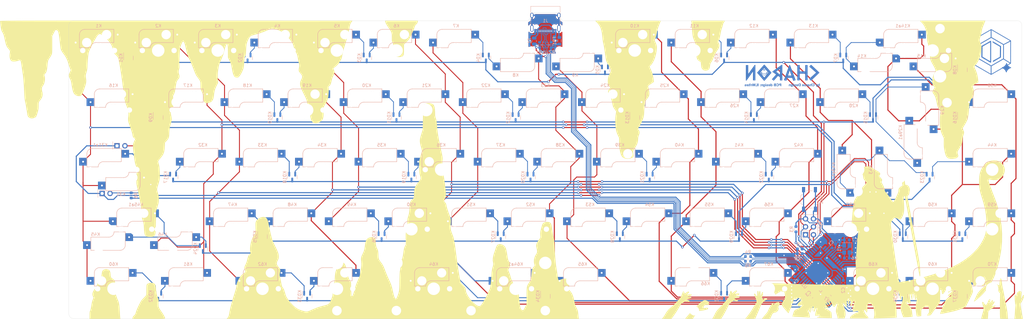
<source format=kicad_pcb>
(kicad_pcb (version 20211014) (generator pcbnew)
  (layers (0 "F.Cu" signal) (31 "B.Cu" signal) (34 "B.Paste" user) (35 "F.Paste" user) (36 "B.SilkS" user "B.Silkscreen") (37 "F.SilkS" user "F.Silkscreen") (38 "B.Mask" user) (39 "F.Mask" user) (44 "Edge.Cuts" user))
  (net 0 "")
  (net 1 "+5V")
  (net 2 "Earth")
  (net 3 "Net-(C8-Pad2)")
  (net 4 "Net-(F1-Pad1)")
  (net 5 "Net-(FB1-Pad1)")
  (net 6 "/MISO")
  (net 7 "/SCL")
  (net 8 "/MOSI")
  (net 9 "/RES")
  (net 10 "Net-(J1-PadA5)")
  (net 11 "/Dun+")
  (net 12 "/Dun-")
  (net 14 "Net-(J1-PadB5)")
  (net 16 "/col0")
  (net 17 "/col1")
  (net 18 "Net-(K1-Pad2)")
  (net 19 "/col2")
  (net 20 "/col3")
  (net 21 "Net-(K2-Pad1)")
  (net 22 "/col4")
  (net 23 "/col5")
  (net 24 "Net-(K3-Pad2)")
  (net 25 "/col6")
  (net 26 "/col7")
  (net 27 "Net-(K4-Pad1)")
  (net 28 "/col8")
  (net 29 "/col9")
  (net 30 "Net-(K5-Pad2)")
  (net 31 "/col10")
  (net 32 "/col11")
  (net 33 "Net-(K6-Pad1)")
  (net 34 "/col12")
  (net 35 "/col13")
  (net 36 "Net-(K7-Pad2)")
  (net 37 "/col14")
  (net 38 "/row0")
  (net 39 "/row4")
  (net 40 "/D+")
  (net 41 "/MCUD+")
  (net 42 "/D-")
  (net 43 "/MCUD-")
  (net 44 "Net-(LED1-Pad2)")
  (net 45 "Net-(K31-Pad1)")
  (net 50 "unconnected-(U2-Pad42)")
  (net 52 "Net-(K10-Pad1)")
  (net 53 "Net-(K11-Pad2)")
  (net 54 "Net-(K12-Pad1)")
  (net 55 "Net-(K13-Pad2)")
  (net 57 "Net-(K45-Pad1)")
  (net 60 "/CAPS_LED")
  (net 61 "Net-(R7-Pad1)")
  (net 62 "Net-(K8-Pad2)")
  (net 63 "Net-(K9-Pad1)")
  (net 64 "Net-(K14-Pad2)")
  (net 65 "Net-(K15-Pad1)")
  (net 66 "Net-(K30-Pad1)")
  (net 67 "Net-(K29-Pad1)")
  (net 68 "Net-(K16-Pad2)")
  (net 69 "Net-(K17-Pad1)")
  (net 70 "Net-(K18-Pad2)")
  (net 71 "Net-(K19-Pad1)")
  (net 72 "Net-(K20-Pad2)")
  (net 73 "Net-(K21-Pad1)")
  (net 74 "Net-(K22-Pad2)")
  (net 75 "Net-(K23-Pad1)")
  (net 76 "Net-(K24-Pad2)")
  (net 77 "Net-(K25-Pad1)")
  (net 78 "Net-(K26-Pad2)")
  (net 79 "Net-(K27-Pad1)")
  (net 80 "Net-(K28-Pad2)")
  (net 81 "Net-(K32-Pad1)")
  (net 82 "Net-(K33-Pad2)")
  (net 83 "Net-(K34-Pad1)")
  (net 84 "Net-(K35-Pad2)")
  (net 85 "Net-(K36-Pad1)")
  (net 86 "Net-(K37-Pad2)")
  (net 87 "Net-(K38-Pad1)")
  (net 88 "Net-(K39-Pad2)")
  (net 89 "Net-(K40-Pad1)")
  (net 90 "Net-(K41-Pad2)")
  (net 91 "Net-(K42-Pad1)")
  (net 92 "Net-(K43-Pad2)")
  (net 93 "Net-(K44-Pad1)")
  (net 94 "Net-(K46-Pad1)")
  (net 95 "Net-(K47-Pad2)")
  (net 96 "Net-(K48-Pad1)")
  (net 97 "Net-(K49-Pad2)")
  (net 98 "Net-(K50-Pad1)")
  (net 99 "Net-(K51-Pad2)")
  (net 100 "Net-(K52-Pad1)")
  (net 101 "Net-(K53-Pad2)")
  (net 102 "Net-(K54-Pad1)")
  (net 103 "Net-(K55-Pad2)")
  (net 104 "Net-(K56-Pad1)")
  (net 105 "Net-(K57-Pad2)")
  (net 106 "Net-(K58-Pad1)")
  (net 107 "Net-(K59-Pad1)")
  (net 108 "Net-(K60-Pad2)")
  (net 109 "Net-(K61-Pad1)")
  (net 110 "Net-(K62-Pad2)")
  (net 111 "Net-(K63-Pad1)")
  (net 112 "Net-(K64-Pad2)")
  (net 113 "Net-(K65-Pad1)")
  (net 114 "Net-(K66-Pad2)")
  (net 115 "Net-(K67-Pad1)")
  (net 116 "Net-(K68-Pad2)")
  (net 117 "Net-(K69-Pad1)")
  (net 118 "Net-(K70-Pad1)")
  (net 119 "Net-(C6-Pad2)")
  (net 120 "Net-(C7-Pad1)")
  (footprint "keyboard_parts:Mx_Stab_225" (layer "F.Cu") (at 314.325 96.440625 180)
    (fp_text reference ">NAME" hide)
    (fp_text value ">VALUE" hide)
  )
  (footprint "LOGO" (layer "F.Cu") (at 201.13625 96.491425)
    (fp_text reference "G***" hide)
    (fp_text value "LOGO" hide)
  )
  (footprint "keyboard_parts:Mx_Stab_275" (layer "F.Cu") (at 214.3125 134.540625 180)
    (fp_text reference ">NAME" hide)
    (fp_text value ">VALUE" hide)
  )
  (footprint "keyboard_parts:Mx_Stab_ISO_Inverted" (layer "F.Cu") (at 323.85 86.915625)
    (fp_text reference "REF**" hide)
    (fp_text value "Mx_Stab_ISO_Inverted")
  )
  (footprint "keyboard_parts:MXStab_7.00u" (layer "F.Cu") (at 192.88125 134.540625 180)
    (fp_text reference "REF**" hide)
    (fp_text value "MXStab_7.00u")
  )
  (footprint "keyboard_parts:Mx_Stab_225" (layer "F.Cu") (at 166.6875 134.540625 180)
    (fp_text reference ">NAME" hide)
    (fp_text value ">VALUE" hide)
  )
  (footprint "keyboard_parts:Kailh_MX_Socket_1.00u_HoledPads" (layer "B.Cu") (at 345.28125 134.540625 180)
    (fp_text reference "K70")
    (fp_text value "Key")
  )
  (footprint "Connector_USB:USB_C_Receptacle_HRO_TYPE-C-31-M-12" (layer "B.Cu") (at 202.40625 48.14)
    (fp_text reference "J1")
    (fp_text value "USB_C_Receptacle_USB2.0")
  )
  (footprint "keyboard_parts:Kailh_MX_Socket_1.75u_HoledPads" (layer "B.Cu") (at 300.0375 115.490625 180)
    (fp_text reference "K57")
    (fp_text value "Key")
  )
  (footprint "Package_TO_SOT_SMD:SOT-23" (layer "B.Cu") (at 111.91875 117.871875 -90)
    (fp_text reference "KD25")
    (fp_text value "BAV70")
  )
  (footprint "keyboard_parts:Kailh_MX_Socket_1.00u_HoledPads" (layer "B.Cu") (at 326.23125 115.490625 180)
    (fp_text reference "K58")
    (fp_text value "Key")
  )
  (footprint "keyboard_parts:Kailh_MX_Socket_1.75u_HoledPads" (layer "B.Cu") (at 66.675 96.440625)
    (fp_text reference "K31")
    (fp_text value "Key")
  )
  (footprint "keyboard_parts:Kailh_MX_Socket_1.00u_HoledPads" (layer "B.Cu") (at 302.41875 96.440625 -90)
    (fp_text reference "K43a1")
    (fp_text value "Key")
  )
  (footprint "Package_TO_SOT_SMD:SOT-23" (layer "B.Cu") (at 69.05625 60.721875 -90)
    (fp_text reference "KD1")
    (fp_text value "BAV70")
  )
  (footprint "Button_Switch_SMD:SW_SPST_TL3342" (layer "B.Cu") (at 286.86625 105.980625 90)
    (fp_text reference "SW1")
    (fp_text value "SW_Push")
  )
  (footprint "keyboard_parts:Kailh_MX_Socket_1.00u_HoledPads" (layer "B.Cu") (at 173.83125 58.340625 180)
    (fp_text reference "K7")
    (fp_text value "Key")
  )
  (footprint "Package_TO_SOT_SMD:SOT-23" (layer "B.Cu") (at 335.75625 117.871875 -90)
    (fp_text reference "KD31")
    (fp_text value "BAV70")
  )
  (footprint "keyboard_parts:Kailh_MX_Socket_1.00u_HoledPads" (layer "B.Cu") (at 140.49375 115.490625 180)
    (fp_text reference "K49")
    (fp_text value "Key")
  )
  (footprint "keyboard_parts:Kailh_MX_Socket_1.00u_HoledPads" (layer "B.Cu") (at 192.88125 134.540625 180)
    (fp_text reference "K64a1")
    (fp_text value "Key")
  )
  (footprint "keyboard_parts:Kailh_MX_Socket_1.00u_HoledPads" (layer "B.Cu") (at 130.96875 96.440625 180)
    (fp_text reference "K34")
    (fp_text value "Key")
  )
  (footprint "keyboard_parts:Kailh_MX_Socket_1.00u_HoledPads" (layer "B.Cu") (at 211.93125 58.340625)
    (fp_text reference "K9")
    (fp_text value "Key")
  )
  (footprint "keyboard_parts:Kailh_MX_Socket_1.00u_HoledPads" (layer "B.Cu") (at 111.91875 96.440625 180)
    (fp_text reference "K33")
    (fp_text value "Key")
  )
  (footprint "Package_TO_SOT_SMD:SOT-23" (layer "B.Cu") (at 188.11875 117.871875 -90)
    (fp_text reference "KD27")
    (fp_text value "BAV70")
  )
  (footprint "Package_TO_SOT_SMD:SOT-23" (layer "B.Cu") (at 183.35625 60.721875 -90)
    (fp_text reference "KD4")
    (fp_text value "BAV70")
  )
  (footprint "Resistor_SMD:R_0603_1608Metric" (layer "B.Cu") (at 267.208 124.221875)
    (fp_text reference "R4")
    (fp_text value "22")
  )
  (footprint "Capacitor_SMD:C_0603_1608Metric" (layer "B.Cu") (at 297.65625 132.635625 -90)
    (fp_text reference "C2")
    (fp_text value "0.1u")
  )
  (footprint "keyboard_parts:Kailh_MX_Socket_1.00u_HoledPads" (layer "B.Cu") (at 273.84375 115.490625 180)
    (fp_text reference "K56")
    (fp_text value "Key")
  )
  (footprint "keyboard_parts:Kailh_MX_Socket_1.00u_HoledPads" (layer "B.Cu") (at 235.74375 115.490625 180)
    (fp_text reference "K54")
    (fp_text value "Key")
  )
  (footprint "keyboard_parts:Kailh_MX_Socket_1.00u_HoledPads" (layer "B.Cu") (at 192.88125 58.340625)
    (fp_text reference "K8")
    (fp_text value "Key")
  )
  (footprint "Package_TO_SOT_SMD:SOT-23" (layer "B.Cu") (at 159.54375 98.821875 -90)
    (fp_text reference "KD19")
    (fp_text value "BAV70")
  )
  (footprint "keyboard_parts:Kailh_MX_Socket_1.00u_HoledPads" (layer "B.Cu") (at 221.45625 77.390625 180)
    (fp_text reference "K24")
    (fp_text value "Key")
  )
  (footprint "Package_TO_SOT_SMD:SOT-23" (layer "B.Cu") (at 325.27875 98.821875 -90)
    (fp_text reference "KD23")
    (fp_text value "BAV70")
  )
  (footprint "Package_TO_SOT_SMD:SOT-23" (layer "B.Cu") (at 192.88125 79.771875 -90)
    (fp_text reference "KD12")
    (fp_text value "BAV70")
  )
  (footprint "Package_QFP:TQFP-44_10x10mm_P0.8mm" (layer "B.Cu") (at 290.41725 128.317625 -45)
    (fp_text reference "U2")
    (fp_text value "ATmega32U4-A")
  )
  (footprint "Package_TO_SOT_SMD:SOT-23" (layer "B.Cu") (at 316.70625 136.921875 -90)
    (fp_text reference "KD36")
    (fp_text value "BAV70")
  )
  (footprint "keyboard_parts:Kailh_MX_Socket_1.00u_HoledPads" (layer "B.Cu") (at 245.26875 96.440625 180)
    (fp_text reference "K40")
    (fp_text value "Key")
  )
  (footprint "keyboard_parts:Kailh_MX_Socket_1.00u_HoledPads" (layer "B.Cu") (at 250.03125 58.340625 180)
    (fp_text reference "K11")
    (fp_text value "Key")
  )
  (footprint "keyboard_parts:Kailh_MX_Socket_1.00u_HoledPads" (layer "B.Cu") (at 326.23125 58.340625)
    (fp_text reference "K15")
    (fp_text value "Key")
  )
  (footprint "Package_TO_SOT_SMD:SOT-23" (layer "B.Cu") (at 154.78125 79.771875 -90)
    (fp_text reference "KD11")
    (fp_text value "BAV70")
  )
  (footprint "keyboard_parts:Kailh_MX_Socket_1.00u_HoledPads" (layer "B.Cu") (at 197.64375 115.490625 180)
    (fp_text reference "K52")
    (fp_text value "Key")
  )
  (footprint "keyboard_parts:Kailh_MX_Socket_1.00u_HoledPads" (layer "B.Cu") (at 216.69375 115.490625 180)
    (fp_text reference "K53")
    (fp_text value "Key")
  )
  (footprint "keyboard_parts:Kailh_MX_Socket_1.00u_HoledPads" (layer "B.Cu") (at 230.98125 58.340625 180)
    (fp_text reference "K10")
    (fp_text value "Key")
  )
  (footprint "keyboard_parts:Kailh_MX_Socket_1.00u_HoledPads" (layer "B.Cu") (at 135.73125 134.540625 180)
    (fp_text reference "K63")
    (fp_text value "Key")
  )
  (footprint "LOGO" (layer "B.Cu") (at 343.8525 58.816875 180)
    (fp_text reference "G***" hide)
    (fp_text value "LOGO" hide)
  )
  (footprint "Inductor_SMD:L_0805_2012Metric" (layer "B.Cu") (at 206.88125 55.240625 -90)
    (fp_text reference "FB1")
    (fp_text value "FerriteBead_Small")
  )
  (footprint "Package_TO_SOT_SMD:SOT-23" (layer "B.Cu") (at 78.58125 136.921875 -90)
    (fp_text reference "KD32")
    (fp_text value "BAV70")
  )
  (footprint "keyboard_parts:Kailh_MX_Socket_1.00u_HoledPads" (layer "B.Cu") (at 278.60625 77.390625 180)
    (fp_text reference "K27")
    (fp_text value "Key")
  )
  (footprint "keyboard_parts:Kailh_MX_Socket_1.00u_HoledPads" (layer "B.Cu") (at 178.59375 115.490625 180)
    (fp_text reference "K51")
    (fp_text value "Key")
  )
  (footprint "Resistor_SMD:R_0603_1608Metric" (layer "B.Cu") (at 204.2668 56.554735 -90)
    (fp_text reference "R2")
    (fp_text value "5.1k")
  )
  (footprint "LOGO" (layer "B.Cu") (at 278.13 66.436875 180)
    (fp_text reference "G***" hide)
    (fp_text value "LOGO" hide)
  )
  (footprint "keyboard_parts:Kailh_MX_Socket_1.00u_HoledPads" (layer "B.Cu") (at 135.73125 58.340625 180)
    (fp_text reference "K5")
    (fp_text value "Key")
  )
  (footprint "keyboard_parts:Kailh_MX_Socket_1.00u_HoledPads" (layer "B.Cu") (at 159.54375 115.490625 180)
    (fp_text reference "K50")
    (fp_text value "Key")
  )
  (footprint "keyboard_parts:Kailh_MX_Socket_1.00u_HoledPads" (layer "B.Cu") (at 264.31875 96.440625 180)
    (fp_text reference "K41")
    (fp_text value "Key")
  )
  (footprint "Package_TO_SOT_SMD:SOT-23" (layer "B.Cu") (at 92.86875 121.681875 -90)
    (fp_text reference "KD24")
    (fp_text value "BAV70")
  )
  (footprint "Package_TO_SOT_SMD:SOT-23" (layer "B.Cu") (at 226.21875 117.871875 -90)
    (fp_text reference "KD28")
    (fp_text value "BAV70")
  )
  (footprint "Package_TO_SOT_SMD:SOT-23" (layer "B.Cu") (at 145.25625 60.721875 -90)
    (fp_text reference "KD3")
    (fp_text value "BAV70")
  )
  (footprint "Capacitor_SMD:C_0603_1608Metric" (layer "B.Cu") (at 298.79925 124.761625 180)
    (fp_text reference "C6")
    (fp_text value "22pF")
  )
  (footprint "Package_TO_SOT_SMD:SOT-23" (layer "B.Cu") (at 150.01875 117.871875 -90)
    (fp_text reference "KD26")
    (fp_text value "BAV70")
  )
  (footprint "keyboard_parts:Kailh_MX_Socket_1.00u_HoledPads" (layer "B.Cu") (at 88.10625 77.390625 180)
    (fp_text reference "K17")
    (fp_text value "Key")
  )
  (footprint "keyboard_parts:Kailh_MX_Socket_1.00u_HoledPads" (layer "B.Cu") (at 207.16875 96.440625 180)
    (fp_text reference "K38")
    (fp_text value "Key")
  )
  (footprint "keyboard_parts:Kailh_MX_Socket_2.25u_NoStab_HoledPads" (layer "B.Cu") (at 166.6875 134.540625 180)
    (fp_text reference "K64")
    (fp_text value "Key")
  )
  (footprint "keyboard_parts:Kailh_MX_Socket_1.00u_HoledPads" (layer "B.Cu") (at 126.20625 77.390625 180)
    (fp_text reference "K19")
    (fp_text value "Key")
  )
  (footprint "Resistor_SMD:R_0603_1608Metric" (layer "B.Cu") (at 267.208 125.745875)
    (fp_text reference "R5")
    (fp_text value "22")
  )
  (footprint "keyboard_parts:Kailh_MX_Socket_1.00u_HoledPads" (layer "B.Cu") (at 323.85 86.915625 -90)
    (fp_text reference "K29a1")
    (fp_text value "Key")
  )
  (footprint "Package_TO_SOT_SMD:SOT-23" (layer "B.Cu") (at 335.75625 136.921875 -90)
    (fp_text reference "KD37")
    (fp_text value "BAV70")
  )
  (footprint "keyboard_parts:Kailh_MX_Socket_1.00u_HoledPads" (layer "B.Cu") (at 97.63125 58.340625 180)
    (fp_text reference "K3")
    (fp_text value "Key")
  )
  (footprint "keyboard_parts:Kailh_MX_Socket_1.50u_HoledPads" (layer "B.Cu") (at 321.46875 77.390625 90)
    (fp_text reference "K29")
    (fp_text value "Key")
  )
  (footprint "keyboard_parts:Kailh_MX_Socket_1.00u_HoledPads" (layer "B.Cu") (at 116.68125 58.340625 180)
    (fp_text reference "K4")
    (fp_text value "Key")
  )
  (footprint "LOGO" (layer "B.Cu") (at 343.8525 58.816875 180)
    (fp_text reference "G***" hide)
    (fp_text value "LOGO" hide)
  )
  (footprint "Fuse:Fuse_0805_2012Metric" (layer "B.Cu") (at 198.8312 55.3212 -90)
    (fp_text reference "F1")
    (fp_text value "Fuse_Small")
  )
  (footprint "keyboard_parts:Kailh_MX_Socket_1.00u_HoledPads" (layer "B.Cu") (at 188.11875 96.440625 180)
    (fp_text reference "K37")
    (fp_text value "Key")
  )
  (footprint "Crystal:Crystal_SMD_3225-4Pin_3.2x2.5mm" (layer "B.Cu") (at 298.79925 121.840625 -90)
    (fp_text reference "Y1")
    (fp_text value "16MHz")
  )
  (footprint "Package_TO_SOT_SMD:SOT-23" (layer "B.Cu") (at 221.45625 64.531875 -90)
    (fp_text reference "KD5")
    (fp_text value "BAV70")
  )
  (footprint "Capacitor_SMD:C_0603_1608Metric" (layer "B.Cu") (at 294.648258 120.911617 45)
    (fp_text reference "C1")
    (fp_text value "0.1u")
  )
  (footprint "Package_TO_SOT_SMD:SOT-23" (layer "B.Cu") (at 107.15625 60.721875 -90)
    (fp_text reference "KD2")
    (fp_text value "BAV70")
  )
  (footprint "Resistor_SMD:R_0603_1608Metric" (layer "B.Cu") (at 293.33825 137.080625 -45)
    (fp_text reference "R7")
    (fp_text value "10k")
  )
  (footprint "Resistor_SMD:R_0603_1608Metric" (layer "B.Cu") (at 200.5584 56.554735 -90)
    (fp_text reference "R1")
    (fp_text value "5.1k")
  )
  (footprint "Connector_PinHeader_2.54mm:PinHeader_2x03_P2.54mm_Vertical" (layer "B.Cu") (at 285.59125 117.268625)
    (fp_text reference "ISP1")
    (fp_text value "ISP_Header")
  )
  (footprint "Package_TO_SOT_SMD:SOT-23" (layer "B.Cu") (at 116.68125 79.771875 -90)
    (fp_text reference "KD10")
    (fp_text value "BAV70")
  )
  (footprint "keyboard_parts:Kailh_MX_Socket_1.00u_HoledPads" (layer "B.Cu") (at 202.40625 77.390625 180)
    (fp_text reference "K23")
    (fp_text value "Key")
  )
  (footprint "keyboard_parts:Kailh_MX_Socket_1.00u_HoledPads" (layer "B.Cu") (at 92.86875 96.440625 180)
    (fp_text reference "K32")
    (fp_text value "Key")
  )
  (footprint "keyboard_parts:Kailh_MX_Socket_1.00u_HoledPads" (layer "B.Cu") (at 259.55625 77.390625 180)
    (fp_text reference "K26")
    (fp_text value "Key")
  )
  (footprint "Capacitor_SMD:C_0603_1608Metric" (layer "B.Cu") (at 283.74975 121.808875 180)
    (fp_text reference "C5")
    (fp_text value "4.7u")
  )
  (footprint "keyboard_parts:Kailh_MX_Socket_1.00u_HoledPads" (layer "B.Cu") (at 107.15625 77.390625 180)
    (fp_text reference "K18")
    (fp_text value "Key")
  )
  (footprint "keyboard_parts:Kailh_MX_Socket_1.00u_HoledPads" (layer "B.Cu") (at 183.35625 77.390625 180)
    (fp_text reference "K22")
    (fp_text value "Key")
  )
  (footprint "keyboard_parts:Kailh_MX_Socket_1.00u_HoledPads" (layer "B.Cu") (at 154.78125 58.340625 180)
    (fp_text reference "K6")
    (fp_text value "Key")
  )
  (footprint "Package_TO_SOT_SMD:SOT-23" (layer "B.Cu") (at 83.34375 98.821875 -90)
    (fp_text reference "KD17")
    (fp_text value "BAV70")
  )
  (footprint "keyboard_parts:Kailh_MX_Socket_1.00u_HoledPads" (layer "B.Cu") (at 283.36875 96.440625 180)
    (fp_text reference "K42")
    (fp_text value "Key")
  )
  (footprint "keyboard_parts:Kailh_MX_Socket_2.75u_NoStab_HoledPads" (layer "B.Cu") (at 214.3125 134.540625 180)
    (fp_text reference "K65")
    (fp_text value "Key")
  )
  (footprint "Package_TO_SOT_SMD:SOT-23" (layer "B.Cu") (at 235.74375 98.821875 -90)
    (fp_text reference "KD21")
    (fp_text value "BAV70")
  )
  (footprint "Connector_PinHeader_2.54mm:PinHeader_1x02_P2.54mm_Vertical" (layer "B.Cu") (at 60.6375 104.060625 -90)
    (fp_text reference "LED1" hide)
    (fp_text value "LED")
  )
  (footprint "keyboard_parts:Kailh_MX_Socket_1.00u_HoledPads" (layer "B.Cu") (at 345.28125 77.390625 180)
    (fp_text reference "K30")
    (fp_text value "Key")
  )
  (footprint "keyboard_parts:Kailh_MX_Socket_1.00u_HoledPads" (layer "B.Cu") (at 269.08125 58.340625 180)
    (fp_text reference "K12")
    (fp_text value "Key")
  )
  (footprint "keyboard_parts:Kailh_MX_Socket_1.00u_HoledPads" (layer "B.Cu") (at 145.25625 77.390625 180)
    (fp_text reference "K20")
    (fp_text value "Key")
  )
  (footprint "keyboard_parts:Kailh_MX_Socket_1.00u_HoledPads" (layer "B.Cu") (at 121.44375 115.490625 180)
    (fp_text reference "K48")
    (fp_text value "Key")
  )
  (footprint "Capacitor_SMD:C_0603_1608Metric" (layer "B.Cu") (at 298.79925 118.919625 180)
    (fp_text reference "C7")
    (fp_text value "22pF")
  )
  (footprint "Package_TO_SOT_SMD:SOT-23" (layer "B.Cu") (at 126.20625 136.921875 -90)
    (fp_text reference "KD33")
    (fp_text value "BAV70")
  )
  (footprint "keyboard_parts:Kailh_MX_Socket_1.00u_HoledPads" (layer "B.Cu") (at 326.23125 134.540625 180)
    (fp_text reference "K69")
    (fp_text value "Key")
  )
  (footprint "keyboard_parts:Kailh_MX_Socket_1.25u_HoledPads" (layer "B.Cu") (at 61.9125 115.490625)
    (fp_text reference "K45")
    (fp_text value "Key")
  )
  (footprint "keyboard_parts:Kailh_MX_Socket_1.00u_HoledPads" (layer "B.Cu") (at 288.13125 58.340625 180)
    (fp_text reference "K13")
    (fp_text value "Key")
  )
  (footprint "Package_TO_SOT_SMD:SOT-23" (layer "B.Cu") (at 269.08125 79.771875 -90)
    (fp_text reference "KD14")
    (fp_text value "BAV70")
  )
  (footprint "Package_TO_SOT_SMD:SOT-23" (layer "B.Cu") (at 259.55625 60.721875 -90)
    (fp_text reference "KD6")
    (fp_text value "BAV70")
  )
  (footprint "Package_TO_SOT_SMD:SOT-23" (layer "B.Cu") (at 335.75625 79.771875 -90)
    (fp_text reference "KD16")
    (fp_text value "BAV70")
  )
  (footprint "keyboard_parts:Kailh_MX_Socket_1.00u_HoledPads" (layer "B.Cu") (at 88.10625 134.540625 180)
    (fp_text reference "K61")
    (fp_text value "Key")
  )
  (footprint "Package_TO_SOT_SMD:SOT-23" (layer "B.Cu") (at 121.44375 98.821875 -90)
    (fp_text reference "KD18")
    (fp_text value "BAV70")
  )
  (footprint "keyboard_parts:Kailh_MX_Socket_1.00u_HoledPads" (layer "B.Cu") (at 314.325 96.440625 -90)
    (fp_text reference "K43")
    (fp_text value "Key")
  )
  (footprint "keyboard_parts:Kailh_MX_Socket_1.00u_HoledPads" (layer "B.Cu") (at 102.39375 115.490625 180)
    (fp_text reference "K47")
    (fp_text value "Key")
  )
  (footprint "keyboard_parts:Kailh_MX_Socket_1.00u_HoledPads" (layer "B.Cu") (at 297.65625 77.390625 180)
    (fp_text reference "K28")
    (fp_text value "Key")
  )
  (footprint "keyboard_parts:Kailh_MX_Socket_1.00u_HoledPads" (layer "B.Cu") (at 169.06875 96.440625 180)
    (fp_text reference "K36")
    (fp_text value "Key")
  )
  (footprint "keyboard_parts:Kailh_MX_Socket_1.00u_HoledPads" (layer "B.Cu") (at 226.21875 96.440625 180)
    (fp_text reference "K39")
    (fp_text value "Key")
  )
  (footprint "Package_TO_SOT_SMD:SOT-23" (layer "B.Cu") (at 259.55625 136.921875 -90)
    (fp_text reference "KD35")
    (fp_text value "BAV70")
  )
  (footprint "Package_TO_SOT_SMD:SOT-23" (layer "B.Cu") (at 335.75625 64.531875 -90)
    (fp_text reference "KD8")
    (fp_text value "BAV70")
  )
  (footprint "keyboard_parts:Kailh_MX_Socket_1.50u_HoledPads" (layer "B.Cu") (at 111.91875 134.540625 180)
    (fp_text reference "K62")
    (fp_text value "Key")
  )
  (footprint "keyboard_parts:Kailh_MX_Socket_1.00u_HoledPads" (layer "B.Cu") (at 345.28125 115.490625 180)
    (fp_text reference "K59")
    (fp_text value "Key")
  )
  (footprint "Package_TO_SOT_SMD:SOT-23" (layer "B.Cu") (at 316.70625 117.871875 -90)
    (fp_text reference "KD30")
    (fp_text value "BAV70")
  )
  (footprint "keyboard_parts:Kailh_MX_Socket_1.50u_HoledPads" (layer "B.Cu") (at 64.29375 134.540625 180)
    (fp_text reference "K60")
    (fp_text value "Key")
  )
  (footprint "keyboard_parts:Kailh_MX_Socket_1.50u_HoledPads" (layer "B.Cu") (at 273.84375 134.540625 180)
    (fp_text reference "K67")
    (fp_text value "Key")
  )
  (footprint "Capacitor_SMD:C_0603_1608Metric" (layer "B.Cu") (at 287.49625 137.080625 -135)
    (fp_text reference "C3")
    (fp_text value "0.1u")
  )
  (footprint "LOGO" (layer "B.Cu") (at 278.13 66.436875 180)
    (fp_text reference "G***" hide)
    (fp_text value "LOGO" hide)
  )
  (footprint "keyboard_parts:Kailh_MX_Socket_1.00u_HoledPads" (layer "B.Cu") (at 345.28125 96.440625 180)
    (fp_text reference "K44")
    (fp_text value "Key")
  )
  (footprint "keyboard_parts:Kailh_MX_Socket_1.00u_HoledPads" (layer "B.Cu") (at 59.53125 58.340625 180)
    (fp_text reference "K1")
    (fp_text value "Key")
  )
  (footprint "keyboard_parts:Kailh_MX_Socket_1.00u_HoledPads" (layer "B.Cu") (at 83.34375 115.490625)
    (fp_text reference "K46")
    (fp_text value "Key")
  )
  (footprint "Package_TO_SOT_SMD:SOT-23" (layer "B.Cu") (at 230.98125 79.771875 -90)
    (fp_text reference "KD13")
    (fp_text value "BAV70")
  )
  (footprint "Resistor_SMD:R_0603_1608Metric" (layer "B.Cu") (at 69.94525 104.695625 90)
    (fp_text reference "R6")
    (fp_text value "1k")
  )
  (footprint "keyboard_parts:Kailh_MX_Socket_1.00u_HoledPads" (layer "B.Cu") (at 254.79375 115.490625 180)
    (fp_text reference "K55")
    (fp_text value "Key")
  )
  (footprint "keyboard_parts:Kailh_MX_Socket_1.00u_HoledPads" (layer "B.Cu") (at 164.30625 77.390625 180)
    (fp_text reference "K21")
    (fp_text value "Key")
  )
  (footprint "keyboard_parts:Kailh_MX_Socket_1.00u_HoledPads" (layer "B.Cu") (at 307.18125 134.540625 180)
    (fp_text reference "K68")
    (fp_text value "Key")
  )
  (footprint "Package_TO_SOT_SMD:SOT-23" (layer "B.Cu") (at 78.58125 79.771875 -90)
    (fp_text reference "KD9")
    (fp_text value "BAV70")
  )
  (footprint "Resistor_SMD:R_0603_1608Metric" (layer "B.Cu") (at 282.54325 115.490625 90)
    (fp_text reference "R3")
    (fp_text value "10k")
  )
  (footprint "keyboard_parts:Kailh_MX_Socket_1.00u_HoledPads" (layer "B.Cu") (at 250.03125 134.540625 180)
    (fp_text reference "K66")
    (fp_text value "Key")
  )
  (footprint "keyboard_parts:Kailh_MX_Socket_1.50u_HoledPads" (layer "B.Cu") (at 64.29375 77.390625 180)
    (fp_text reference "K16")
    (fp_text value "Key")
  )
  (footprint "Package_TO_SOT_SMD:SOT-23" (layer "B.Cu") (at 202.40625 136.921875 -90)
    (fp_text reference "KD34")
    (fp_text value "BAV70")
  )
  (footprint "Package_TO_SOT_SMD:SOT-23" (layer "B.Cu") (at 273.84375 98.821875 -90)
    (fp_text reference "KD22")
    (fp_text value "BAV70")
  )
  (footprint "Package_TO_SOT_SMD:SOT-23" (layer "B.Cu") (at 197.64375 98.821875 -90)
    (fp_text reference "KD20")
    (fp_text value "BAV70")
  )
  (footprint "Capacitor_SMD:C_0603_1608Metric" (layer "B.Cu") (at 283.74975 123.317)
    (fp_text reference "C8")
    (fp_text value "1u")
  )
  (footprint "Connector_PinHeader_2.54mm:PinHeader_1x02_P2.54mm_Vertical" (layer "B.Cu") (at 65.4 88.820625 -90)
    (fp_text reference "LED1a1" hide)
    (fp_text value "LED")
  )
  (footprint "keyboard_parts:Kailh_MX_Socket_1.00u_HoledPads" (layer "B.Cu") (at 78.58125 58.340625 180)
    (fp_text reference "K2")
    (fp_text value "Key")
  )
  (footprint "Package_TO_SOT_SMD:SOT-23" (layer "B.Cu") (at 297.65625 60.721875 -90)
    (fp_text reference "KD7")
    (fp_text value "BAV70")
  )
  (footprint "keyboard_parts:Kailh_MX_Socket_2.25u_HoledPads" (layer "B.Cu") (at 71.4375 115.490625 180)
    (fp_text reference "K45a1")
    (fp_text value "Key")
  )
  (footprint "keyboard_parts:Kailh_MX_Socket_1.00u_HoledPads" (layer "B.Cu") (at 150.01875 96.440625 180)
    (fp_text reference "K35")
    (fp_text value "Key")
  )
  (footprint "Package_TO_SOT_SMD:SOT-23" (layer "B.Cu") (at 307.18125 79.771875 -90)
    (fp_text reference "KD15")
    (fp_text value "BAV70")
  )
  (footprint "Package_TO_SOT_SMD:SOT-666" (layer "B.Cu") (at 202.40642 56.554735 -90)
    (fp_text reference "U1")
    (fp_text value "USBLC6-2P6")
  )
  (footprint "Package_TO_SOT_SMD:SOT-23" (layer "B.Cu") (at 264.31875 117.871875 -90)
    (fp_text reference "KD29")
    (fp_text value "BAV70")
  )
  (footprint "keyboard_parts:Kailh_MX_Socket_1.25u_HoledPads" (layer "B.Cu") (at 61.9125 96.440625 180)
    (fp_text reference "K31a1")
    (fp_text value "Key")
  )
  (footprint "Capacitor_SMD:C_0603_1608Metric" (layer "B.Cu") (at 281.606625 131.175125 -135)
    (fp_text reference "C4")
    (fp_text value "0.1u")
  )
  (footprint "keyboard_parts:Kailh_MX_Socket_1.00u_HoledPads" (layer "B.Cu") (at 307.18125 58.340625)
    (fp_text reference "K14")
    (fp_text value "Key")
  )
  (footprint "keyboard_parts:Kailh_MX_Socket_2.00u_HoledPads" (layer "B.Cu") (at 316.70625 58.340625 180)
    (fp_text reference "K14a1")
    (fp_text value "Key")
  )
  (footprint "keyboard_parts:Kailh_MX_Socket_1.00u_HoledPads" (layer "B.Cu") (at 240.50625 77.390625 180)
    (fp_text reference "K25")
    (fp_text value "Key")
  )
  (gr_line (start 354.80625 50.315625) (end 354.80625 142.565625) (layer "Edge.Cuts") (width 0.05))
  (gr_arc (start 51.50625 144.065625) (mid 50.44559 143.626285) (end 50.00625 142.565625) (layer "Edge.Cuts") (width 0.05))
  (gr_arc (start 208.30625 48.815625) (mid 207.599143 48.522732) (end 207.30625 47.815625) (layer "Edge.Cuts") (width 0.05))
  (gr_arc (start 197.50625 47.815625) (mid 197.213357 48.522732) (end 196.50625 48.815625) (layer "Edge.Cuts") (width 0.05))
  (gr_arc (start 197.50625 46.715625) (mid 197.652697 46.362072) (end 198.00625 46.215625) (layer "Edge.Cuts") (width 0.05))
  (gr_line (start 197.50625 47.815625) (end 197.50625 46.715625) (layer "Edge.Cuts") (width 0.05))
  (gr_line (start 50.00625 142.565625) (end 50.00625 50.315625) (layer "Edge.Cuts") (width 0.05))
  (gr_arc (start 50.00625 50.315625) (mid 50.44559 49.254965) (end 51.50625 48.815625) (layer "Edge.Cuts") (width 0.05))
  (gr_line (start 208.30625 48.815625) (end 353.30625 48.815625) (layer "Edge.Cuts") (width 0.05))
  (gr_line (start 353.30625 144.065625) (end 51.50625 144.065625) (layer "Edge.Cuts") (width 0.05))
  (gr_line (start 207.30625 46.715625) (end 207.30625 47.815625) (layer "Edge.Cuts") (width 0.05))
  (gr_line (start 198.00625 46.215625) (end 206.80625 46.215625) (layer "Edge.Cuts") (width 0.05))
  (gr_arc (start 354.80625 142.565625) (mid 354.36691 143.626285) (end 353.30625 144.065625) (layer "Edge.Cuts") (width 0.05))
  (gr_line (start 51.50625 48.815625) (end 196.50625 48.815625) (layer "Edge.Cuts") (width 0.05))
  (gr_arc (start 206.80625 46.215625) (mid 207.159803 46.362072) (end 207.30625 46.715625) (layer "Edge.Cuts") (width 0.05))
  (gr_arc (start 353.30625 48.815625) (mid 354.36691 49.254965) (end 354.80625 50.315625) (layer "Edge.Cuts") (width 0.05))
  (segment (start 282.54325 119.827375) (end 283.7945 121.078625) (width 0.35) (layer "F.Cu") (net 1))
  (segment (start 288.13125 119.808625) (end 288.13125 117.268625) (width 0.35) (layer "F.Cu") (net 1))
  (segment (start 201.45375 60.245625) (end 202.40625 60.245625) (width 0.35) (layer "F.Cu") (net 1))
  (segment (start 286.86125 121.078625) (end 288.13125 119.808625) (width 0.35) (layer "F.Cu") (net 1))
  (segment (start 199.4839 58.275775) (end 201.45375 60.245625) (width 0.35) (layer "F.Cu") (net 1))
  (segment (start 283.7945 121.078625) (end 286.86125 121.078625) (width 0.35) (layer "F.Cu") (net 1))
  (segment (start 199.4839 57.324625) (end 199.4839 58.275775) (width 0.35) (layer "F.Cu") (net 1))
  (via (at 282.54325 119.827375) (size 0.8) (drill 0.4) (layers "F.Cu" "B.Cu") (net 1))
  (via (at 202.40625 60.245625) (size 0.8) (drill 0.4) (layers "F.Cu" "B.Cu") (net 1))
  (via (at 199.4839 57.324625) (size 0.8) (drill 0.4) (layers "F.Cu" "B.Cu") (net 1))
  (segment (start 294.145845 130.245884) (end 294.145845 128.698625) (width 0.35) (layer "B.Cu") (net 1))
  (segment (start 208.783998 68.565145) (end 205.450248 68.565145) (width 0.35) (layer "B.Cu") (net 1))
  (segment (start 219.261497 106.665144) (end 217.151614 104.555261) (width 0.35) (layer "B.Cu") (net 1))
  (segment (start 210.75548 84.347877) (end 210.75548 83.105625) (width 0.35) (layer "B.Cu") (net 1))
  (segment (start 215.51798 101.679375) (end 215.51798 89.110377) (width 0.35) (layer "B.Cu") (net 1))
  (segment (start 268.557375 126.65075) (end 269.524729 125.683396) (width 0.35) (layer "B.Cu") (net 1))
  (segment (start 244.092981 107.207878) (end 243.550248 106.665145) (width 0.35) (layer "B.Cu") (net 1))
  (segment (start 198.8312 56.671925) (end 198.8312 56.2587) (width 0.35) (layer "B.Cu") (net 1))
  (segment (start 205.450248 68.565145) (end 205.17228 68.287177) (width 0.35) (layer "B.Cu") (net 1))
  (segment (start 285.27375 127.804271) (end 283.558314 129.519707) (width 0.35) (layer "B.Cu") (net 1))
  (segment (start 288.13125 124.946771) (end 288.13125 124.888625) (width 0.35) (layer "B.Cu") (net 1))
  (segment (start 294.10025 121.459625) (end 293.881137 121.459625) (width 0.3) (layer "B.Cu") (net 1))
  (segment (start 201.995135 56.554735) (end 199.963135 56.554735) (width 0.3) (layer "B.Cu") (net 1))
  (segment (start 244.092981 111.204375) (end 244.092981 107.207878) (width 0.35) (layer "B.Cu") (net 1))
  (segment (start 254.472249 125.683396) (end 264.811895 125.683395) (width 0.35) (layer "B.Cu") (net 1))
  (segment (start 282.154633 130.627117) (end 282.450904 130.627117) (width 0.35) (layer "B.Cu") (net 1))
  (segment (start 283.257538 125.683396) (end 284.124 126.549858) (width 0.35) (layer "B.Cu") (net 1))
  (segment (start 199.6671 56.2587) (end 198.8312 56.2587) (width 0.3) (layer "B.Cu") (net 1))
  (segment (start 288.044258 136.347471) (end 289.215168 135.176561) (width 0.35) (layer "B.Cu") (net 1))
  (segment (start 202.65923 60.498605) (end 202.40625 60.245625) (width 0.35) (layer "B.Cu") (net 1))
  (segment (start 289.215168 135.176561) (end 294.145845 130.245884) (width 0.35) (layer "B.Cu") (net 1))
  (segment (start 215.484739 89.077136) (end 210.75548 84.347877) (width 0.35) (layer "B.Cu") (net 1))
  (segment (start 286.964056 123.721431) (end 286.952427 123.721431) (width 0.35) (layer "B.Cu") (net 1))
  (segment (start 244.569231 115.780378) (end 244.092981 115.304128) (width 0.35) (layer "B.Cu") (net 1))
  (segment (start 293.881137 121.459625) (end 292.750702 122.59006) (width 0.3) (layer "B.Cu") (net 1))
  (segment (start 288.044258 136.532617) (end 288.044258 136.347471) (width 0.35) (layer "B.Cu") (net 1))
  (segment (start 285.27375 127.699608) (end 284.124 126.549858) (width 0.35) (layer "B.Cu") (net 1))
  (segment (start 288.13125 124.888625) (end 286.964056 123.721431) (width 0.35) (layer "B.Cu") (net 1))
  (segment (start 210.75548 83.105625) (end 210.75548 70.536627) (width 0.35) (layer "B.Cu") (net 1))
  (segment (start 269.524729 125.683396) (end 283.257538 125.683396) (width 0.35) (layer "B.Cu") (net 1))
  (segment (start 290.393991 124.946771) (end 292.750702 122.59006) (width 0.35) (layer "B.Cu") (net 1))
  (segment (start 285.27375 127.804271) (end 288.13125 124.946771) (width 0.35) (layer "B.Cu") (net 1))
  (segment (start 264.811895 125.683395) (end 265.77925 126.65075) (width 0.35) (layer "B.Cu") (net 1))
  (segment (start 215.51798 89.110377) (end 215.484739 89.077136) (width 0.35) (layer "B.Cu") (net 1))
  (segment (start 205.17228 68.287177) (end 202.65923 65.774127) (width 0.35) (layer "B.Cu") (net 1))
  (segment (start 286.952427 123.721431) (end 285.039871 121.808875) (width 0.35) (layer "B.Cu") (net 1))
  (segment (start 202.40642 56.96602) (end 201.995135 56.554735) (width 0.3) (layer "B.Cu") (net 1))
  (segment (start 284.52475 121.808875) (end 282.54325 119.827375) (width 0.35) (layer "B.Cu") (net 1))
  (segment (start 285.039871 121.808875) (end 284.52475 121.808875) (width 0.35) (layer "B.Cu") (net 1))
  (segment (start 202.65923 60.721875) (end 202.65923 60.498605) (width 0.35) (layer "B.Cu") (net 1))
  (segment (start 243.36375 106.665145) (end 219.261497 106.665144) (width 0.35) (layer "B.Cu") (net 1))
  (segment (start 296.7105 130.085392) (end 297.65625 131.031142) (width 0.35) (layer "B.Cu") (net 1))
  (segment (start 199.963135 56.554735) (end 199.6671 56.2587) (width 0.3) (layer "B.Cu") (net 1))
  (segment (start 282.54325 119.827375) (end 282.54325 116.315625) (width 0.35) (layer "B.Cu") (net 1))
  (segment (start 244.092981 115.304128) (end 244.092981 111.204375) (width 0.35) (layer "B.Cu") (net 1))
  (segment (start 288.13125 124.946771) (end 290.393991 124.946771) (width 0.35) (layer "B.Cu") (net 1))
  (segment (start 265.77925 126.65075) (end 268.557375 126.65075) (width 0.35) (layer "B.Cu") (net 1))
  (segment (start 217.151614 104.555261) (end 215.51798 102.921627) (width 0.35) (layer "B.Cu") (net 1))
  (segment (start 295.323733 128.698625) (end 296.7105 130.085392) (width 0.35) (layer "B.Cu") (net 1))
  (segment (start 202.40642 57.479735) (end 202.40642 56.96602) (width 0.3) (layer "B.Cu") (net 1))
  (segment (start 297.65625 131.031142) (end 297.65625 131.860625) (width 0.35) (layer "B.Cu") (net 1))
  (segment (start 202.65923 65.774127) (end 202.65923 60.721875) (width 0.35) (layer "B.Cu") (net 1))
  (segment (start 243.550248 106.665145) (end 243.36375 106.665145) (width 0.35) (layer "B.Cu") (net 1))
  (segment (start 285.27375 127.804271) (end 285.27375 127.699608) (width 0.35) (layer "B.Cu") (net 1))
  (segment (start 244.569231 115.780378) (end 254.472249 125.683396) (width 0.35) (layer "B.Cu") (net 1))
  (segment (start 210.75548 70.536627) (end 208.783998 68.565145) (width 0.35) (layer "B.Cu") (net 1))
  (segment (start 294.145845 128.698625) (end 295.323733 128.698625) (width 0.35) (layer "B.Cu") (net 1))
  (segment (start 199.4839 57.324625) (end 198.8312 56.671925) (width 0.35) (layer "B.Cu") (net 1))
  (segment (start 282.450904 130.627117) (end 283.558314 129.519707) (width 0.35) (layer "B.Cu") (net 1))
  (segment (start 290.393991 124.946771) (end 294.145845 128.698625) (width 0.35) (layer "B.Cu") (net 1))
  (segment (start 215.51798 102.921627) (end 215.51798 101.679375) (width 0.35) (layer "B.Cu") (net 1))
  (segment (start 298.79925 134.159625) (end 298.20625 133.566625) (width 0.35) (layer "F.Cu") (net 2))
  (segment (start 219.569972 104.676903) (end 219.55125 104.695625) (width 0.35) (layer "F.Cu") (net 2))
  (segment (start 205.079025 55.2196) (end 205.65625 55.2196) (width 0.35) (layer "F.Cu") (net 2))
  (segment (start 219.55125 104.695625) (end 213.83625 104.695625) (width 0.35) (layer "F.Cu") (net 2))
  (segment (start 201.48175 58.816875) (end 205.079025 55.2196) (width 0.35) (layer "F.Cu") (net 2))
  (segment (start 298.20625 133.566625) (end 298.20625 128.315625) (width 0.35) (layer "F.Cu") (net 2))
  (segment (start 197.5104 55.2196) (end 205.65625 55.2196) (width 0.35) (layer "F.Cu") (net 2))
  (via (at 296.38625 120.697625) (size 0.8) (drill 0.4) (layers "F.Cu" "B.Cu") (net 2))
  (via (at 290.41725 136.318625) (size 0.8) (drill 0.4) (layers "F.Cu" "B.Cu") (net 2))
  (via (at 301.59325 119.935625) (size 0.8) (drill 0.4) (layers "F.Cu" "B.Cu") (net 2))
  (via (at 290.41725 123.110625) (size 0.8) (drill 0.4) (layers "F.Cu" "B.Cu") (net 2))
  (via (at 285.84525 129.460625) (size 0.8) (drill 0.4) (layers "F.Cu" "B.Cu") (net 2))
  (via (at 219.569972 104.676903) (size 0.8) (drill 0.4) (layers "F.Cu" "B.Cu") (net 2))
  (via (at 197.5104 55.2196) (size 0.8) (drill 0.4) (layers "F.Cu" "B.Cu") (net 2))
  (via (at 296.51325 123.999625) (size 0.8) (drill 0.4) (layers "F.Cu" "B.Cu") (net 2))
  (via (at 278.73325 123.872625) (size 0.8) (drill 0.4) (layers "F.Cu" "B.Cu") (net 2))
  (via (at 298.20625 128.315625) (size 0.8) (drill 0.4) (layers "F.Cu" "B.Cu") (net 2))
  (via (at 292.44925 124.692771) (size 0.8) (drill 0.4) (layers "F.Cu" "B.Cu") (net 2))
  (via (at 289.14725 132.762625) (size 0.8) (drill 0.4) (layers "F.Cu" "B.Cu") (net 2))
  (via (at 301.59325 121.459625) (size 0.8) (drill 0.4) (layers "F.Cu" "B.Cu") (net 2))
  (via (at 282.28925 128.444625) (size 0.8) (drill 0.4) (layers "F.Cu" "B.Cu") (net 2))
  (via (at 289.65525 126.412625) (size 0.8) (drill 0.4) (layers "F.Cu" "B.Cu") (net 2))
  (via (at 290.41725 119.554625) (size 0.8) (drill 0.4) (layers "F.Cu" "B.Cu") (net 2))
  (via (at 301.59325 118.284625) (size 0.8) (drill 0.4) (layers "F.Cu" "B.Cu") (net 2))
  (via (at 205.65625 55.2196) (size 0.8) (drill 0.4) (layers "F.Cu" "B.Cu") (net 2))
  (via (at 213.83625 104.695625) (size 0.8) (drill 0.4) (layers "F.Cu" "B.Cu") (net 2))
  (via (at 301.59325 122.983625) (size 0.8) (drill 0.4) (layers "F.Cu" "B.Cu") (net 2))
  (via (at 298.79925 134.159625) (size 0.8) (drill 0.4) (layers "F.Cu" "B.Cu") (net 2))
  (via (at 292.70325 129.460625) (size 0.8) (drill 0.4) (layers "F.Cu" "B.Cu") (net 2))
  (via (at 301.59325 124.634625) (size 0.8) (drill 0.4) (layers "F.Cu" "B.Cu") (net 2))
  (via (at 282.16225 132.508625) (size 0.8) (drill 0.4) (layers "F.Cu" "B.Cu") (net 2))
  (via (at 201.48175 58.816875) (size 0.8) (drill 0.4) (layers "F.Cu" "B.Cu") (net 2))
  (via (at 296.38625 118.919625) (size 0.8) (drill 0.4) (layers "F.Cu" "B.Cu") (net 2))
  (via (at 280.63825 127.301625) (size 0.8) (drill 0.4) (layers "F.Cu" "B.Cu") (net 2))
  (segment (start 206.62964 56.554735) (end 206.88125 56.303125) (width 0.3) (layer "B.Cu") (net 2))
  (segment (start 205.65625 55.2196) (end 205.65625 52.185) (width 0.35) (layer "B.Cu") (net 2))
  (segment (start 212.154519 69.957122) (end 212.154519 83.768372) (width 0.35) (layer "B.Cu") (net 2))
  (segment (start 269.08125 123.840875) (end 269.509875 124.2695) (width 0.35) (layer "B.Cu") (net 2))
  (segment (start 265.77925 123.317) (end 264.811896 124.284354) (width 0.35) (layer "B.Cu") (net 2))
  (segment (start 52.3875 100.250625) (end 52.3875 92.154375) (width 0.35) (layer "B.Cu") (net 2))
  (segment (start 282.486259 131.723133) (end 284.124 130.085392) (width 0.35) (layer "B.Cu") (net 2))
  (segment (start 290.94177 115.253145) (end 295.196266 119.507641) (width 0.35) (layer "B.Cu") (net 2))
  (segment (start 209.363503 67.166106) (end 212.154519 69.957122) (width 0.35) (layer "B.Cu") (net 2))
  (segment (start 296.072104 128.315625) (end 292.44925 124.692771) (width 0.35) (layer "B.Cu") (net 2))
  (segment (start 213.83625 104.695625) (end 65.56375 104.695625) (width 0.35) (layer "B.Cu") (net 2))
  (segment (start 294.072112 122.400021) (end 294.361258 122.400021) (width 0.35) (layer "B.Cu") (net 2))
  (segment (start 65.56375 104.695625) (end 64.29375 105.965625) (width 0.35) (layer "B.Cu") (net 2))
  (segment (start 269.08125 123.840875) (end 269.08125 123.7615) (width 0.35) (layer "B.Cu") (net 2))
  (segment (start 216.917019 88.530872) (end 216.917019 102.342122) (width 0.35) (layer "B.Cu") (net 2))
  (segment (start 197.5104 55.2196) (end 197.5104 53.762275) (width 0.35) (layer "B.Cu") (net 2))
  (segment (start 285.84525 129.460625) (end 285.59125 129.206625) (width 0.35) (layer "B.Cu") (net 2))
  (segment (start 269.509875 124.2695) (end 285.237754 124.2695) (width 0.35) (layer "B.Cu") (net 2))
  (segment (start 294.361258 122.400021) (end 295.196266 121.565013) (width 0.35) (layer "B.Cu") (net 2))
  (segment (start 289.59175 112.188625) (end 290.94177 113.538645) (width 0.35) (layer "B.Cu") (net 2))
  (segment (start 199.15625 53.132425) (end 199.15625 52.185) (width 0.35) (layer "B.Cu") (net 2))
  (segment (start 204.2668 57.379735) (end 205.0918 56.554735) (width 0.35) (layer "B.Cu") (net 2))
  (segment (start 204.05827 65.194623) (end 206.029752 67.166105) (width 0.35) (layer "B.Cu") (net 2))
  (segment (start 205.65625 55.990285) (end 205.65625 55.2196) (width 0.35) (layer "B.Cu") (net 2))
  (segment (start 289.61373 133.229105) (end 289.14725 132.762625) (width 0.35) (layer "B.Cu") (net 2))
  (segment (start 255.051751 124.284354) (end 245.492019 114.724622) (width 0.35) (layer "B.Cu") (net 2))
  (segment (start 62.5425 105.965625) (end 60.6375 104.060625) (width 0.35) (layer "B.Cu") (net 2))
  (segment (start 288.76625 109.130625) (end 288.76625 102.830625) (width 0.35) (layer "B.Cu") (net 2))
  (segment (start 219.2518 104.676903) (end 219.569972 104.676903) (width 0.35) (layer "B.Cu") (net 2))
  (segment (start 202.40642 56.15322) (end 202.807935 56.554735) (width 0.3) (layer "B.Cu") (net 2))
  (segment (start 298.20625 128.315625) (end 296.072104 128.315625) (width 0.35) (layer "B.Cu") (net 2))
  (segment (start 293.316388 123.155745) (end 294.072112 122.400021) (width 0.35) (layer "B.Cu") (net 2))
  (segment (start 278.177625 123.317) (end 278.73325 123.872625) (width 0.35) (layer "B.Cu") (net 2))
  (segment (start 295.196266 119.507641) (end 295.196266 120.363609) (width 0.35) (layer "B.Cu") (net 2))
  (segment (start 288.13125 112.188625) (end 289.59175 112.188625) (width 0.35) (layer "B.Cu") (net 2))
  (segment (start 205.0918 56.554735) (end 206.62964 56.554735) (width 0.3) (layer "B.Cu") (net 2))
  (segment (start 52.3875 92.154375) (end 55.72125 88.820625) (width 0.35) (layer "B.Cu") (net 2))
  (segment (start 278.73325 123.872625) (end 279.288875 123.317) (width 0.35) (layer "B.Cu") (net 2))
  (segment (start 288.649483 134.610875) (end 289.61373 133.646628) (width 0.35) (layer "B.Cu") (net 2))
  (segment (start 201.48175 58.816875) (end 200.5584 57.893525) (width 0.35) (layer "B.Cu") (net 2))
  (segment (start 269.08125 123.840875) (end 268.557375 123.317) (width 0.35) (layer "B.Cu") (net 2))
  (segment (start 56.1975 104.060625) (end 52.3875 100.250625) (width 0.35) (layer "B.Cu") (net 2))
  (segment (start 202.40642 55.629735) (end 202.40642 56.15322) (width 0.3) (layer "B.Cu") (net 2))
  (segment (start 288.649483 134.610875) (end 286.948242 136.312116) (width 0.35) (layer "B.Cu") (net 2))
  (segment (start 297.65625 133.410625) (end 298.05025 133.410625) (width 0.35) (layer "B.Cu") (net 2))
  (segment (start 290.41725 119.554625) (end 290.41725 123.110625) (width 0.35) (layer "B.Cu") (net 2))
  (segment (start 288.13125 112.188625) (end 288.13125 109.765625) (width 0.35) (layer "B.Cu") (net 2))
  (segment (start 282.97475 123.317) (end 282.97475 121.808875) (width 0.35) (layer "B.Cu") (net 2))
  (segment (start 245.492019 114.724622) (end 245.492019 106.628372) (width 0.35) (layer "B.Cu") (net 2))
  (segment (start 244.129753 105.266106) (end 219.841003 105.266106) (width 0.35) (layer "B.Cu") (net 2))
  (segment (start 268.557375 123.317) (end 265.77925 123.317) (width 0.35) (layer "B.Cu") (net 2))
  (segment (start 204.2668 57.379735) (end 204.05827 57.588265) (width 0.35) (layer "B.Cu") (net 2))
  (segment (start 293.316388 123.155745) (end 292.44925 124.022883) (width 0.35) (layer "B.Cu") (net 2))
  (segment (start 285.59125 129.206625) (end 285.002767 129.206625) (width 0.35) (layer "B.Cu") (net 2))
  (segment (start 206.029752 67.166105) (end 209.363503 67.166106) (width 0.35) (layer "B.Cu") (net 2))
  (segment (start 298.05025 133.410625) (end 298.79925 134.159625) (width 0.35) (layer "B.Cu") (net 2))
  (segment (start 55.72125 88.820625) (end 65.4 88.820625) (width 0.35) (layer "B.Cu") (net 2))
  (segment (start 290.94177 113.538645) (end 290.94177 115.253145) (width 0.35) (layer "B.Cu") (net 2))
  (segment (start 292.44925 124.022883) (end 292.44925 124.692771) (width 0.35) (layer "B.Cu") (net 2))
  (segment (start 279.288875 123.317) (end 282.97475 123.317) (width 0.35) (layer "B.Cu") (net 2))
  (segment (start 285.002767 129.206625) (end 284.124 130.085392) (width 0.35) (layer "B.Cu") (net 2))
  (segment (start 289.61373 133.646628) (end 289.61373 133.229105) (width 0.35) (layer "B.Cu") (net 2))
  (segment (start 285.237754 124.2695) (end 285.821056 124.852802) (width 0.35) (layer "B.Cu") (net 2))
  (segment (start 288.13125 109.765625) (end 288.76625 109.130625) (width 0.35) (layer "B.Cu") (net 2))
  (segment (start 286.948242 136.312116) (end 286.948242 137.628633) (width 0.35) (layer "B.Cu") (net 2))
  (segment (start 268.557375 123.317) (end 278.177625 123.317) (width 0.35) (layer "B.Cu") (net 2))
  (segment (start 200.5584 57.893525) (end 200.5584 57.379735) (width 0.35) (layer "B.Cu") (net 2))
  (segment (start 281.058617 131.723133) (end 282.486259 131.723133) (width 0.35) (layer "B.Cu") (net 2))
  (segment (start 205.0918 56.554735) (end 205.65625 55.990285) (width 0.35) (layer "B.Cu") (net 2))
  (segment (start 204.05827 57.588265) (end 204.05827 65.194623) (width 0.35) (layer "B.Cu") (net 2))
  (segment (start 60.6375 104.060625) (end 56.1975 104.060625) (width 0.35) (layer "B.Cu") (net 2))
  (segment (start 216.917019 102.342122) (end 219.2518 104.676903) (width 0.35) (layer "B.Cu") (net 2))
  (segment (start 289.14725 132.762625) (end 285.84525 129.460625) (width 0.35) (layer "B.Cu") (net 2))
  (segment (start 295.196266 121.565013) (end 295.196266 120.4595) (width 0.35) (layer "B.Cu") (net 2))
  (segment (start 219.841003 105.266106) (end 219.2518 104.676903) (width 0.35) (layer "B.Cu") (net 2))
  (segment (start 198.01205 53.260625) (end 199.02805 53.260625) (width 0.35) (layer "B.Cu") (net 2))
  (segment (start 199.02805 53.260625) (end 199.15625 53.132425) (width 0.35) (layer "B.Cu") (net 2))
  (segment (start 212.154519 83.768372) (end 216.917019 88.530872) (width 0.35) (layer "B.Cu") (net 2))
  (segment (start 197.5104 53.762275) (end 198.01205 53.260625) (width 0.35) (layer "B.Cu") (net 2))
  (segment (start 202.807935 56.554735) (end 205.0918 56.554735) (width 0.3) (layer "B.Cu") (net 2))
  (segment (start 264.811896 124.284354) (end 255.051751 124.284354) (width 0.35) (layer "B.Cu") (net 2))
  (segment (start 292.44925 124.692771) (end 297.276186 129.519707) (width 0.35) (layer "B.Cu") (net 2))
  (segment (start 64.29375 105.965625) (end 62.5425 105.965625) (width 0.35) (layer "B.Cu") (net 2))
  (segment (start 245.492019 106.628372) (end 244.129753 105.266106) (width 0.35) (layer "B.Cu") (net 2))
  (segment (start 284.52475 123.317) (end 285.416625 123.317) (width 0.35) (layer "B.Cu") (net 3))
  (segment (start 285.416625 123.317) (end 286.386741 124.287116) (width 0.35) (layer "B.Cu") (net 3))
  (segment (start 199.95625 53.25865) (end 198.8312 54.3837) (width 0.35) (layer "B.Cu") (net 4))
  (segment (start 201.168 50.2412) (end 203.6572 50.2412) (width 0.3) (layer "B.Cu") (net 4))
  (segment (start 199.95625 51.45295) (end 201.168 50.2412) (width 0.3) (layer "B.Cu") (net 4))
  (segment (start 203.6572 50.2412) (end 204.85625 51.44025) (width 0.3) (layer "B.Cu") (net 4))
  (segment (start 199.95625 52.185) (end 199.95625 53.25865) (width 0.35) (layer "B.Cu") (net 4))
  (segment (start 199.95625 52.185) (end 199.95625 51.45295) (width 0.3) (layer "B.Cu") (net 4))
  (segment (start 204.85625 51.44025) (end 204.85625 52.185) (width 0.3) (layer "B.Cu") (net 4))
  (segment (start 206.72625 54.023125) (end 206.88125 54.178125) (width 0.35) (layer "B.Cu") (net 5))
  (segment (start 198.08625 47.09) (end 198.08625 51.27) (width 0.35) (layer "B.Cu") (net 5))
  (segment (start 206.811875 51.355625) (end 206.72625 51.27) (width 0.35) (layer "B.Cu") (net 5))
  (segment (start 206.72625 47.09) (end 198.08625 47.09) (width 0.35) (layer "B.Cu") (net 5))
  (segment (start 206.72625 51.27) (end 206.72625 47.09) (width 0.35) (layer "B.Cu") (net 5))
  (segment (start 206.72625 51.27) (end 206.72625 54.023125) (width 0.35) (layer "B.Cu") (net 5))
  (segment (start 293.10965 104.162225) (end 290.29025 106.981625) (width 0.3) (layer "F.Cu") (net 6))
  (segment (start 304.14173 93.900625) (end 304.898271 94.657166) (width 0.3) (layer "F.Cu") (net 6))
  (segment (start 301.14875 93.900625) (end 304.14173 93.900625) (width 0.3) (layer "F.Cu") (net 6))
  (segment (start 293.84625 101.203125) (end 301.14875 93.900625) (width 0.3) (layer "F.Cu") (net 6))
  (segment (start 304.898271 102.253896) (end 306.22875 103.584375) (width 0.3) (layer "F.Cu") (net 6))
  (segment (start 304.898271 94.657166) (end 304.898271 102.253896) (width 0.3) (layer "F.Cu") (net 6))
  (segment (start 290.29025 106.981625) (end 290.29025 117.141625) (width 0.3) (layer "F.Cu") (net 6))
  (segment (start 250.03125 117.395625) (end 246.22125 121.205625) (width 0.35) (layer "F.Cu") (net 6))
  (segment (start 293.10965 101.203125) (end 293.10965 104.162225) (width 0.3) (layer "F.Cu") (net 6))
  (segment (start 293.10965 101.203125) (end 293.84625 101.203125) (width 0.3) (layer "F.Cu") (net 6))
  (via (at 250.03125 117.395625) (size 0.8) (drill 0.4) (layers "F.Cu" "B.Cu") (net 6))
  (via (at 306.22875 103.584375) (size 0.8) (drill 0.4) (layers "F.Cu" "B.Cu") (net 6))
  (via (at 290.29025 117.141625) (size 0.8) (drill 0.4) (layers "F.Cu" "B.Cu") (net 6))
  (via (at 293.10965 101.203125) (size 0.8) (drill 0.4) (layers "F.Cu" "B.Cu") (net 6))
  (via (at 246.22125 121.205625) (size 0.8) (drill 0.4) (layers "F.Cu" "B.Cu") (net 6))
  (segment (start 92.86875 122.619375) (end 92.86875 123.110625) (width 0.35) (layer "B.Cu") (net 6))
  (segment (start 287.87725 120.120771) (end 287.87725 119.554625) (width 0.3) (layer "B.Cu") (net 6))
  (segment (start 264.31875 109.775625) (end 264.31875 118.809375) (width 0.35) (layer "B.Cu") (net 6))
  (segment (start 188.11875 119.300625) (end 226.21875 119.300625) (width 0.35) (layer "B.Cu") (net 6))
  (segment (start 111.91875 121.205625) (end 111.91875 118.809375) (width 0.35) (layer "B.Cu") (net 6))
  (segment (start 316.70625 114.061875) (end 316.70625 118.809375) (width 0.35) (layer "B.Cu") (net 6))
  (segment (start 316.70625 118.809375) (end 316.70625 119.300625) (width 0.35) (layer "B.Cu") (net 6))
  (segment (start 92.86875 123.110625) (end 110.01375 123.110625) (width 0.35) (layer "B.Cu") (net 6))
  (segment (start 264.31875 119.300625) (end 251.93625 119.300625) (width 0.35) (layer "B.Cu") (net 6))
  (segment (start 306.22875 103.584375) (end 316.70625 114.061875) (width 0.35) (layer "B.Cu") (net 6))
  (segment (start 150.01875 119.300625) (end 150.01875 118.809375) (width 0.35) (layer "B.Cu") (net 6))
  (segment (start 244.31625 119.300625) (end 226.21875 119.300625) (width 0.35) (layer "B.Cu") (net 6))
  (segment (start 246.22125 121.205625) (end 244.31625 119.300625) (width 0.35) (layer "B.Cu") (net 6))
  (segment (start 226.21875 119.300625) (end 226.21875 118.809375) (width 0.35) (layer "B.Cu") (net 6))
  (segment (start 111.91875 118.809375) (end 111.91875 119.300625) (width 0.35) (layer "B.Cu") (net 6))
  (segment (start 272.89125 101.203125) (end 264.31875 109.775625) (width 0.35) (layer "B.Cu") (net 6))
  (segment (start 111.91875 119.300625) (end 150.01875 119.300625) (width 0.35) (layer "B.Cu") (net 6))
  (segment (start 264.31875 118.809375) (end 264.31875 119.300625) (width 0.35) (layer "B.Cu") (net 6))
  (segment (start 188.11875 119.300625) (end 188.11875 118.809375) (width 0.35) (layer "B.Cu") (net 6))
  (segment (start 287.87725 119.554625) (end 290.29025 117.141625) (width 0.3) (layer "B.Cu") (net 6))
  (segment (start 335.75625 119.300625) (end 316.70625 119.300625) (width 0.35) (layer "B.Cu") (net 6))
  (segment (start 251.93625 119.300625) (end 250.03125 117.395625) (width 0.35) (layer "B.Cu") (net 6))
  (segment (start 287.87725 119.554625) (end 285.59125 117.268625) (width 0.3) (layer "B.Cu") (net 6))
  (segment (start 150.01875 119.300625) (end 188.11875 119.300625) (width 0.35) (layer "B.Cu") (net 6))
  (segment (start 289.215168 121.458689) (end 287.87725 120.120771) (width 0.3) (layer "B.Cu") (net 6))
  (segment (start 335.75625 118.809375) (end 335.75625 119.300625) (width 0.35) (layer "B.Cu") (net 6))
  (segment (start 110.01375 123.110625) (end 111.91875 121.205625) (width 0.35) (layer "B.Cu") (net 6))
  (segment (start 293.10965 101.203125) (end 272.89125 101.203125) (width 0.35) (layer "B.Cu") (net 6))
  (segment (start 284.06725 111.045625) (end 284.06725 113.204625) (width 0.3) (layer "F.Cu") (net 7))
  (segment (start 291.48405 81.200625) (end 291.48405 103.628825) (width 0.3) (layer "F.Cu") (net 7))
  (segment (start 284.06725 113.204625) (end 285.59125 114.728625) (width 0.3) (layer "F.Cu") (net 7))
  (segment (start 291.48405 103.628825) (end 284.06725 111.045625) (width 0.3) (layer "F.Cu") (net 7))
  (segment (start 208.12125 81.200625) (end 215.74125 81.200625) (width 0.35) (layer "F.Cu") (net 7))
  (via (at 208.12125 81.200625) (size 0.8) (drill 0.4) (layers "F.Cu" "B.Cu") (net 7))
  (via (at 291.48405 81.200625) (size 0.8) (drill 0.4) (layers "F.Cu" "B.Cu") (net 7))
  (via (at 215.74125 81.200625) (size 0.8) (drill 0.4) (layers "F.Cu" "B.Cu") (net 7))
  (segment (start 291.48405 81.200625) (end 269.08125 81.200625) (width 0.35) (layer "B.Cu") (net 7))
  (segment (start 78.58125 81.200625) (end 116.68125 81.200625) (width 0.35) (layer "B.Cu") (net 7))
  (segment (start 324.946112 67.738625) (end 313.02325 67.738625) (width 0.35) (layer "B.Cu") (net 7))
  (segment (start 335.75625 80.709375) (end 335.75625 73.580625) (width 0.35) (layer "B.Cu") (net 7))
  (segment (start 313.02325 67.738625) (end 307.18125 73.580625) (width 0.35) (layer "B.Cu") (net 7))
  (segment (start 269.08125 81.200625) (end 269.08125 80.709375) (width 0.35) (layer "B.Cu") (net 7))
  (segment (start 154.78125 81.200625) (end 116.68125 81.200625) (width 0.35) (layer "B.Cu") (net 7))
  (segment (start 78.58125 80.709375) (end 78.58125 81.200625) (width 0.35) (layer "B.Cu") (net 7))
  (segment (start 284.19425 116.125625) (end 284.19425 118.700512) (width 0.3) (layer "B.Cu") (net 7))
  (segment (start 192.88125 81.200625) (end 192.88125 80.709375) (width 0.35) (layer "B.Cu") (net 7))
  (segment (start 192.88125 81.200625) (end 208.12125 81.200625) (width 0.35) (layer "B.Cu") (net 7))
  (segment (start 269.08125 81.200625) (end 230.98125 81.200625) (width 0.35) (layer "B.Cu") (net 7))
  (segment (start 154.78125 80.709375) (end 154.78125 81.200625) (width 0.35) (layer "B.Cu") (net 7))
  (segment (start 307.18125 73.580625) (end 307.18125 80.709375) (width 0.35) (layer "B.Cu") (net 7))
  (segment (start 116.68125 81.200625) (end 116.68125 80.709375) (width 0.35) (layer "B.Cu") (net 7))
  (segment (start 230.98125 81.200625) (end 230.98125 80.709375) (width 0.35) (layer "B.Cu") (net 7))
  (segment (start 335.75625 73.580625) (end 332.019519 69.843894) (width 0.35) (layer "B.Cu") (net 7))
  (segment (start 291.48405 81.200625) (end 307.18125 81.200625) (width 0.35) (layer "B.Cu") (net 7))
  (segment (start 332.019519 69.843894) (end 327.051381 69.843894) (width 0.35) (layer "B.Cu") (net 7))
  (segment (start 154.78125 81.200625) (end 192.88125 81.200625) (width 0.35) (layer "B.Cu") (net 7))
  (segment (start 327.051381 69.843894) (end 324.946112 67.738625) (width 0.35) (layer "B.Cu") (net 7))
  (segment (start 284.19425 118.700512) (end 288.083798 122.59006) (width 0.3) (layer "B.Cu") (net 7))
  (segment (start 307.18125 81.200625) (end 307.18125 80.709375) (width 0.35) (layer "B.Cu") (net 7))
  (segment (start 215.74125 81.200625) (end 230.98125 81.200625) (width 0.35) (layer "B.Cu") (net 7))
  (segment (start 285.59125 114.728625) (end 284.19425 116.125625) (width 0.3) (layer "B.Cu") (net 7))
  (segment (start 293.84625 100.250625) (end 292.29685 100.250625) (width 0.3) (layer "F.Cu") (net 8))
  (segment (start 305.7525 101.203125) (end 305.7525 94.059375) (width 0.3) (layer "F.Cu") (net 8))
  (segment (start 289.52825 106.727625) (end 289.52825 113.331625) (width 0.3) (layer "F.Cu") (net 8))
  (segment (start 301.21225 92.884625) (end 293.84625 100.250625) (width 0.3) (layer "F.Cu") (net 8))
  (segment (start 292.29685 100.250625) (end 292.29685 103.959025) (width 0.3) (layer "F.Cu") (net 8))
  (segment (start 289.52825 113.331625) (end 288.13125 114.728625) (width 0.3) (layer "F.Cu") (net 8))
  (segment (start 286.86125 115.998625) (end 288.13125 114.728625) (width 0.3) (layer "F.Cu") (net 8))
  (segment (start 308.13375 103.584375) (end 305.7525 101.203125) (width 0.3) (layer "F.Cu") (net 8))
  (segment (start 220.50375 100.250625) (end 212.88375 100.250625) (width 0.35) (layer "F.Cu") (net 8))
  (segment (start 305.7525 94.059375) (end 304.57775 92.884625) (width 0.3) (layer "F.Cu") (net 8))
  (segment (start 304.57775 92.884625) (end 301.21225 92.884625) (width 0.3) (layer "F.Cu") (net 8))
  (segment (start 286.86125 119.808625) (end 286.86125 115.998625) (width 0.3) (layer "F.Cu") (net 8))
  (segment (start 292.29685 103.959025) (end 289.52825 106.727625) (width 0.3) (layer "F.Cu") (net 8))
  (via (at 212.88375 100.250625) (size 0.8) (drill 0.4) (layers "F.Cu" "B.Cu") (net 8))
  (via (at 220.50375 100.250625) (size 0.8) (drill 0.4) (layers "F.Cu" "B.Cu") (net 8))
  (via (at 286.86125 119.808625) (size 0.8) (drill 0.4) (layers "F.Cu" "B.Cu") (net 8))
  (via (at 292.29685 100.250625) (size 0.8) (drill 0.4) (layers "F.Cu" "B.Cu") (net 8))
  (via (at 308.13375 103.584375) (size 0.8) (drill 0.4) (layers "F.Cu" "B.Cu") (net 8))
  (segment (start 325.27875 100.250625) (end 325.27875 99.759375) (width 0.35) (layer "B.Cu") (net 8))
  (segment (start 319.56375 105.965625) (end 325.27875 100.250625) (width 0.35) (layer "B.Cu") (net 8))
  (segment (start 83.34375 100.250625) (end 121.44375 100.250625) (width 0.35) (layer "B.Cu") (net 8))
  (segment (start 273.84375 100.250625) (end 235.74375 100.250625) (width 0.35) (layer "B.Cu") (net 8))
  (segment (start 197.64375 100.250625) (end 159.54375 100.250625) (width 0.35) (layer "B.Cu") (net 8))
  (segment (start 197.64375 100.250625) (end 197.64375 99.759375) (width 0.35) (layer "B.Cu") (net 8))
  (segment (start 292.29685 100.250625) (end 273.84375 100.250625) (width 0.35) (layer "B.Cu") (net 8))
  (segment (start 235.74375 100.250625) (end 220.50375 100.250625) (width 0.35) (layer "B.Cu") (net 8))
  (segment (start 83.34375 99.759375) (end 83.34375 100.250625) (width 0.35) (layer "B.Cu") (net 8))
  (segment (start 286.86125 119.808625) (end 286.86125 120.236142) (width 0.3) (layer "B.Cu") (net 8))
  (segment (start 235.74375 100.250625) (end 235.74375 99.759375) (width 0.35) (layer "B.Cu") (net 8))
  (segment (start 273.84375 100.250625) (end 273.84375 99.759375) (width 0.35) (layer "B.Cu") (net 8))
  (segment (start 159.54375 100.250625) (end 121.44375 100.250625) (width 0.35) (layer "B.Cu") (net 8))
  (segment (start 121.44375 100.250625) (end 121.44375 99.759375) (width 0.35) (layer "B.Cu") (net 8))
  (segment (start 310.515 105.965625) (end 319.56375 105.965625) (width 0.35) (layer "B.Cu") (net 8))
  (segment (start 286.86125 120.236142) (end 288.649483 122.024375) (width 0.3) (layer "B.Cu") (net 8))
  (segment (start 159.54375 100.250625) (end 159.54375 99.759375) (width 0.35) (layer "B.Cu") (net 8))
  (segment (start 212.88375 100.250625) (end 197.64375 100.250625) (width 0.35) (layer "B.Cu") (net 8))
  (segment (start 308.13375 103.584375) (end 310.515 105.965625) (width 0.35) (layer "B.Cu") (net 8))
  (segment (start 292.185017 122.024375) (end 293.21125 120.998142) (width 0.3) (layer "B.Cu") (net 9))
  (segment (start 285.59125 112.188625) (end 285.59125 109.755625) (width 0.35) (layer "B.Cu") (net 9))
  (segment (start 289.52825 113.458625) (end 286.86125 113.458625) (width 0.3) (layer "B.Cu") (net 9))
  (segment (start 290.29025 115.84964) (end 290.29025 114.220625) (width 0.3) (layer "B.Cu") (net 9))
  (segment (start 284.96625 109.130625) (end 284.96625 102.830625) (width 0.35) (layer "B.Cu") (net 9))
  (segment (start 282.54325 114.665625) (end 282.54325 113.458625) (width 0.35) (layer "B.Cu") (net 9))
  (segment (start 293.21125 118.77064) (end 290.29025 115.84964) (width 0.3) (layer "B.Cu") (net 9))
  (segment (start 290.29025 114.220625) (end 289.52825 113.458625) (width 0.3) (layer "B.Cu") (net 9))
  (segment (start 283.81325 112.188625) (end 285.59125 112.188625) (width 0.35) (layer "B.Cu") (net 9))
  (segment (start 282.54325 113.458625) (end 283.81325 112.188625) (width 0.35) (layer "B.Cu") (net 9))
  (segment (start 285.59125 109.755625) (end 284.96625 109.130625) (width 0.35) (layer "B.Cu") (net 9))
  (segment (start 293.21125 120.998142) (end 293.21125 118.77064) (width 0.3) (layer "B.Cu") (net 9))
  (segment (start 286.86125 113.458625) (end 285.59125 112.188625) (width 0.3) (layer "B.Cu") (net 9))
  (segment (start 200.5584 55.729735) (end 201.15625 55.131885) (width 0.25) (layer "B.Cu") (net 10))
  (segment (start 201.15625 55.131885) (end 201.15625 52.185) (width 0.25) (layer "B.Cu") (net 10))
  (segment (start 202.63142 54.933595) (end 202.63142 53.264055) (width 0.2) (layer "B.Cu") (net 11))
  (segment (start 202.94392 55.246095) (end 202.63142 54.933595) (width 0.2) (layer "B.Cu") (net 11))
  (segment (start 202.94392 55.704735) (end 202.94392 55.246095) (width 0.2) (layer "B.Cu") (net 11))
  (segment (start 202.63142 53.264055) (end 202.63485 53.260625) (width 0.2) (layer "B.Cu") (net 11))
  (segment (start 202.63485 53.260625) (end 202.99045 53.260625) (width 0.2) (layer "B.Cu") (net 11))
  (segment (start 202.15625 52.185) (end 202.15625 53.086825) (width 0.2) (layer "B.Cu") (net 11))
  (segment (start 202.99045 53.260625) (end 203.15625 53.094825) (width 0.2) (layer "B.Cu") (net 11))
  (segment (start 203.15625 53.094825) (end 203.15625 52.185) (width 0.2) (layer "B.Cu") (net 11))
  (segment (start 202.33005 53.260625) (end 202.63485 53.260625) (width 0.2) (layer "B.Cu") (net 11))
  (segment (start 202.15625 53.086825) (end 202.33005 53.260625) (width 0.2) (layer "B.Cu") (net 11))
  (segment (start 201.77125 51.076225) (end 201.65625 51.191225) (width 0.2) (layer "B.Cu") (net 12))
  (segment (start 201.65625 51.191225) (end 201.65625 52.185) (width 0.2) (layer "B.Cu") (net 12))
  (segment (start 201.86892 55.704735) (end 201.86892 55.245755) (width 0.2) (layer "B.Cu") (net 12))
  (segment (start 202.521497 51.076225) (end 201.77125 51.076225) (width 0.2) (layer "B.Cu") (net 12))
  (segment (start 202.18142 53.772395) (end 201.65625 53.247225) (width 0.2) (layer "B.Cu") (net 12))
  (segment (start 202.18142 54.933255) (end 202.18142 53.772395) (width 0.2) (layer "B.Cu") (net 12))
  (segment (start 202.65625 51.210978) (end 202.521497 51.076225) (width 0.2) (layer "B.Cu") (net 12))
  (segment (start 202.65625 52.185) (end 202.65625 51.210978) (width 0.2) (layer "B.Cu") (net 12))
  (segment (start 201.86892 55.245755) (end 202.18142 54.933255) (width 0.2) (layer "B.Cu") (net 12))
  (segment (start 201.65625 53.247225) (end 201.65625 52.185) (width 0.2) (layer "B.Cu") (net 12))
  (segment (start 204.2668 55.729735) (end 204.15625 55.619185) (width 0.25) (layer "B.Cu") (net 14))
  (segment (start 204.15625 55.619185) (end 204.15625 52.185) (width 0.25) (layer "B.Cu") (net 14))
  (segment (start 56.93375 82.971925) (end 56.93375 91.519375) (width 0.3) (layer "F.Cu") (net 16))
  (segment (start 64.0775 112.950625) (end 54.61 112.950625) (width 0.3) (layer "F.Cu") (net 16))
  (segment (start 54.5525 93.900625) (end 54.5525 100.510625) (width 0.3) (layer "F.Cu") (net 16))
  (segment (start 52.17125 55.800625) (end 52.17125 70.088125) (width 0.3) (layer "F.Cu") (net 16))
  (segment (start 56.93375 91.519375) (end 54.5525 93.900625) (width 0.3) (layer "F.Cu") (net 16))
  (segment (start 56.93375 74.850625) (end 56.93375 82.971925) (width 0.3) (layer "F.Cu") (net 16))
  (segment (start 54.5525 119.300625) (end 55.8225 120.570625) (width 0.3) (layer "F.Cu") (net 16))
  (segment (start 54.5525 101.520625) (end 60.585 101.520625) (width 0.3) (layer "F.Cu") (net 16))
  (segment (start 54.61 112.950625) (end 54.5525 112.893125) (width 0.3) (layer "F.Cu") (net 16))
  (segment (start 55.8225 120.570625) (end 55.8225 130.889375) (width 0.3) (layer "F.Cu") (net 16))
  (segment (start 208.12125 82.978625) (end 215.74125 82.978625) (width 0.35) (layer "F.Cu") (net 16))
  (segment (start 54.5525 112.893125) (end 54.5525 119.300625) (width 0.3) (layer "F.Cu") (net 16))
  (segment (start 52.17125 70.088125) (end 56.93375 74.850625) (width 0.3) (layer "F.Cu") (net 16))
  (segment (start 54.5525 100.510625) (end 54.5525 112.893125) (width 0.3) (layer "F.Cu") (net 16))
  (segment (start 55.8225 130.889375) (end 56.93375 132.000625) (width 0.3) (layer "F.Cu") (net 16))
  (segment (start 54.5525 100.510625) (end 54.5525 101.520625) (width 0.3) (layer "F.Cu") (net 16))
  (via (at 56.93375 82.971925) (size 0.8) (drill 0.4) (layers "F.Cu" "B.Cu") (net 16))
  (via (at 208.12125 82.978625) (size 0.8) (drill 0.4) (layers "F.Cu" "B.Cu") (net 16))
  (via (at 215.74125 82.978625) (size 0.8) (drill 0.4) (layers "F.Cu" "B.Cu") (net 16))
  (segment (start 307.94325 108.277025) (end 308.57825 108.912025) (width 0.35) (layer "B.Cu") (net 16))
  (segment (start 293.97325 87.804625) (end 293.97325 104.568625) (width 0.35) (layer "B.Cu") (net 16))
  (segment (start 208.12125 82.978625) (end 56.94045 82.978625) (width 0.35) (layer "B.Cu") (net 16))
  (segment (start 308.57825 120.443625) (end 303.24425 125.777625) (width 0.35) (layer "B.Cu") (net 16))
  (segment (start 289.14725 82.978625) (end 293.97325 87.804625) (width 0.35) (layer "B.Cu") (net 16))
  (segment (start 297.482733 125.777625) (end 296.7105 126.549858) (width 0.35) (layer "B.Cu") (net 16))
  (segment (start 297.68165 108.277025) (end 307.94325 108.277025) (width 0.35) (layer "B.Cu") (net 16))
  (segment (start 215.74125 82.978625) (end 289.14725 82.978625) (width 0.35) (layer "B.Cu") (net 16))
  (segment (start 308.57825 108.912025) (end 308.57825 120.443625) (width 0.35) (layer "B.Cu") (net 16))
  (segment (start 56.94045 82.978625) (end 56.93375 82.971925) (width 0.35) (layer "B.Cu") (net 16))
  (segment (start 303.24425 125.777625) (end 297.482733 125.777625) (width 0.35) (layer "B.Cu") (net 16))
  (segment (start 293.97325 104.568625) (end 297.68165 108.277025) (width 0.35) (layer "B.Cu") (net 16))
  (segment (start 79.47625 118.348125) (end 77.25375 120.570625) (width 0.3) (layer "F.Cu") (net 17))
  (segment (start 96.2025 94.116875) (end 96.2025 97.869375) (width 0.3) (layer "F.Cu") (net 17))
  (segment (start 93.136729 119.508896) (end 93.136729 128.401104) (width 0.3) (layer "F.Cu") (net 17))
  (segment (start 84.67125 53.260625) (end 84.67125 56.810625) (width 0.3) (layer "F.Cu") (net 17))
  (segment (start 209.07375 82.089625) (end 214.78875 82.089625) (width 0.35) (layer "F.Cu") (net 17))
  (segment (start 94.19625 66.335625) (end 94.19625 72.310625) (width 0.3) (layer "F.Cu") (net 17))
  (segment (start 93.136729 128.401104) (end 94.19625 129.460625) (width 0.3) (layer "F.Cu") (net 17))
  (segment (start 98.95875 80.623125) (end 98.95875 91.360625) (width 0.3) (layer "F.Cu") (net 17))
  (segment (start 84.743483 121.205625) (end 81.885983 118.348125) (width 0.3) (layer "F.Cu") (net 17))
  (segment (start 93.136729 119.508896) (end 91.44 121.205625) (width 0.3) (layer "F.Cu") (net 17))
  (segment (start 84.67125 56.810625) (end 94.19625 66.335625) (width 0.3) (layer "F.Cu") (net 17))
  (segment (start 91.44 121.205625) (end 84.743483 121.205625) (width 0.3) (layer "F.Cu") (net 17))
  (segment (start 93.136729 100.935146) (end 93.136729 119.508896) (width 0.3) (layer "F.Cu") (net 17))
  (segment (start 81.885983 118.348125) (end 79.47625 118.348125) (width 0.3) (layer "F.Cu") (net 17))
  (segment (start 98.95875 91.360625) (end 96.2025 94.116875) (width 0.3) (layer "F.Cu") (net 17))
  (segment (start 94.19625 75.860625) (end 98.95875 80.623125) (width 0.3) (layer "F.Cu") (net 17))
  (segment (start 94.19625 72.310625) (end 94.19625 75.860625) (width 0.3) (layer "F.Cu") (net 17))
  (segment (start 96.2025 97.869375) (end 93.136729 100.935146) (width 0.3) (layer "F.Cu") (net 17))
  (via (at 214.78875 82.089625) (size 0.8) (drill 0.4) (layers "F.Cu" "B.Cu") (net 17))
  (via (at 98.95205 82.089625) (size 0.8) (drill 0.4) (layers "F.Cu" "B.Cu") (net 17))
  (via (at 209.07375 82.089625) (size 0.8) (drill 0.4) (layers "F.Cu" "B.Cu") (net 17))
  (segment (start 303.62525 126.539625) (end 297.852104 126.539625) (width 0.35) (layer "B.Cu") (net 17))
  (segment (start 309.31485 108.480225) (end 309.31485 120.850025) (width 0.35) (layer "B.Cu") (net 17))
  (segment (start 309.31485 120.850025) (end 303.62525 126.539625) (width 0.35) (layer "B.Cu") (net 17))
  (segment (start 308.34965 107.515025) (end 309.31485 108.480225) (width 0.35) (layer "B.Cu") (net 17))
  (segment (start 294.73525 87.423625) (end 294.73525 103.806625) (width 0.35) (layer "B.Cu") (net 17))
  (segment (start 289.40125 82.089625) (end 294.73525 87.423625) (width 0.35) (layer "B.Cu") (net 17))
  (segment (start 294.73525 103.806625) (end 298.44365 107.515025) (width 0.35) (layer "B.Cu") (net 17))
  (segment (start 214.78875 82.089625) (end 289.40125 82.089625) (width 0.35) (layer "B.Cu") (net 17))
  (segment (start 98.95205 82.089625) (end 209.07375 82.089625) (width 0.35) (layer "B.Cu") (net 17))
  (segment (start 297.852104 126.539625) (end 297.276186 127.115543) (width 0.35) (layer "B.Cu") (net 17))
  (segment (start 298.44365 107.515025) (end 308.34965 107.515025) (width 0.35) (layer "B.Cu") (net 17))
  (segment (start 68.10625 55.745625) (end 65.62125 53.260625) (width 0.25) (layer "B.Cu") (net 18))
  (segment (start 68.10625 59.784375) (end 68.10625 55.745625) (width 0.25) (layer "B.Cu") (net 18))
  (segment (start 99.79625 74.850625) (end 99.79625 69.554375) (width 0.3) (layer "F.Cu") (net 19))
  (segment (start 99.79625 69.554375) (end 90.27125 60.029375) (width 0.3) (layer "F.Cu") (net 19))
  (segment (start 90.27125 60.029375) (end 90.27125 55.800625) (width 0.3) (layer "F.Cu") (net 19))
  (segment (start 212.94725 103.806625) (end 220.44025 103.806625) (width 0.35) (layer "F.Cu") (net 19))
  (segment (start 279.74925 121.459625) (end 278.60625 121.459625) (width 0.35) (layer "F.Cu") (net 19))
  (segment (start 262.98525 105.965625) (end 262.98525 115.490625) (width 0.35) (layer "F.Cu") (net 19))
  (segment (start 95.03375 112.950625) (end 95.03375 122.475625) (width 0.3) (layer "F.Cu") (net 19))
  (segment (start 104.55875 97.133125) (end 104.55875 93.900625) (width 0.3) (layer "F.Cu") (net 19))
  (segment (start 104.55875 83.841875) (end 104.55875 93.900625) (width 0.3) (layer "F.Cu") (net 19))
  (segment (start 95.03375 112.950625) (end 95.03375 106.658125) (width 0.3) (layer "F.Cu") (net 19))
  (segment (start 99.79625 79.079375) (end 104.55875 83.841875) (width 0.3) (layer "F.Cu") (net 19))
  (segment (start 296.164 137.874375) (end 279.74925 121.459625) (width 0.35) (layer "F.Cu") (net 19))
  (segment (start 262.98525 115.490625) (end 268.95425 121.459625) (width 0.35) (layer "F.Cu") (net 19))
  (segment (start 97.88525 103.806625) (end 104.55875 97.133125) (width 0.3) (layer "F.Cu") (net 19))
  (segment (start 299.299504 137.874375) (end 296.164 137.874375) (width 0.35) (layer "F.Cu") (net 19))
  (segment (start 95.03375 122.475625) (end 104.55875 132.000625) (width 0.3) (layer "F.Cu") (net 19))
  (segment (start 95.03375 106.658125) (end 97.88525 103.806625) (width 0.3) (layer "F.Cu") (net 19))
  (segment (start 268.95425 121.459625) (end 273.90725 121.459625) (width 0.35) (layer "F.Cu") (net 19))
  (segment (start 99.79625 74.850625) (end 99.79625 79.079375) (width 0.3) (layer "F.Cu") (net 19))
  (via (at 273.90725 121.459625) (size 0.8) (drill 0.4) (layers "F.Cu" "B.Cu") (net 19))
  (via (at 220.44025 103.806625) (size 0.8) (drill 0.4) (layers "F.Cu" "B.Cu") (net 19))
  (via (at 262.98525 105.965625) (size 0.8) (drill 0.4) (layers "F.Cu" "B.Cu") (net 19))
  (via (at 97.88525 103.806625) (size 0.8) (drill 0.4) (layers "F.Cu" "B.Cu") (net 19))
  (via (at 299.299504 137.874375) (size 0.8) (drill 0.4) (layers "F.Cu" "B.Cu") (net 19))
  (via (at 278.60625 121.459625) (size 0.8) (drill 0.4) (layers "F.Cu" "B.Cu") (net 19))
  (via (at 212.94725 103.806625) (size 0.8) (drill 0.4) (layers "F.Cu" "B.Cu") (net 19))
  (segment (start 260.82625 103.806625) (end 220.44025 103.806625) (width 0.35) (layer "B.Cu") (net 19))
  (segment (start 299.299504 137.874375) (end 298.829564 137.874375) (width 0.25) (layer "B.Cu") (net 19))
  (segment (start 295.24325 133.143625) (end 294.447759 132.348134) (width 0.25) (layer "B.Cu") (net 19))
  (segment (start 212.94725 103.806625) (end 97.88525 103.806625) (width 0.35) (layer "B.Cu") (net 19))
  (segment (start 295.24325 134.288061) (end 295.24325 133.143625) (width 0.25) (layer "B.Cu") (net 19))
  (segment (start 273.90725 121.459625) (end 278.60625 121.459625) (width 0.35) (layer "B.Cu") (net 19))
  (segment (start 262.98525 105.965625) (end 260.82625 103.806625) (width 0.35) (layer "B.Cu") (net 19))
  (segment (start 298.829564 137.874375) (end 295.24325 134.288061) (width 0.25) (layer "B.Cu") (net 19))
  (segment (start 132.29625 72.310625) (end 132.29625 65.859375) (width 0.3) (layer "F.Cu") (net 20))
  (segment (start 296.1005 136.921875) (end 279.74925 120.570625) (width 0.35) (layer "F.Cu") (net 20))
  (segment (start 137.05875 91.360625) (end 137.05875 79.670625) (width 0.3) (layer "F.Cu") (net 20))
  (segment (start 132.29625 74.908125) (end 132.29625 72.310625) (width 0.3) (layer "F.Cu") (net 20))
  (segment (start 132.29625 65.859375) (end 122.77125 56.334375) (width 0.3) (layer "F.Cu") (net 20))
  (segment (start 134.3025 103.641875) (end 134.3025 102.898575) (width 0.3) (layer "F.Cu") (net 20))
  (segment (start 213.83625 102.917625) (end 219.55125 102.917625) (width 0.35) (layer "F.Cu") (net 20))
  (segment (start 263.87425 105.343125) (end 263.87425 115.236625) (width 0.35) (layer "F.Cu") (net 20))
  (segment (start 263.86175 105.330625) (end 263.87425 105.343125) (width 0.35) (layer "F.Cu") (net 20))
  (segment (start 141.82125 127.041625) (end 127.53375 112.754125) (width 0.35) (layer "F.Cu") (net 20))
  (segment (start 122.77125 56.334375) (end 122.77125 53.260625) (width 0.3) (layer "F.Cu") (net 20))
  (segment (start 300.0375 136.921875) (end 296.1005 136.921875) (width 0.35) (layer "F.Cu") (net 20))
  (segment (start 127.53375 110.410625) (end 134.3025 103.641875) (width 0.3) (layer "F.Cu") (net 20))
  (segment (start 269.20825 120.570625) (end 274.66925 120.570625) (width 0.35) (layer "F.Cu") (net 20))
  (segment (start 137.05875 79.670625) (end 132.29625 74.908125) (width 0.3) (layer "F.Cu") (net 20))
  (segment (start 134.3025 94.116875) (end 137.05875 91.360625) (width 0.3) (layer "F.Cu") (net 20))
  (segment (start 134.3025 102.898575) (end 134.3025 94.116875) (width 0.3) (layer "F.Cu") (net 20))
  (segment (start 141.82125 129.460625) (end 141.82125 127.041625) (width 0.35) (layer "F.Cu") (net 20))
  (segment (start 279.74925 120.570625) (end 277.84425 120.570625) (width 0.35) (layer "F.Cu") (net 20))
  (segment (start 127.53375 112.754125) (end 127.53375 110.410625) (width 0.35) (layer "F.Cu") (net 20))
  (segment (start 263.87425 115.236625) (end 269.20825 120.570625) (width 0.35) (layer "F.Cu") (net 20))
  (via (at 134.3025 102.898575) (size 0.8) (drill 0.4) (layers "F.Cu" "B.Cu") (net 20))
  (via (at 274.66925 120.570625) (size 0.8) (drill 0.4) (layers "F.Cu" "B.Cu") (net 20))
  (via (at 219.55125 102.917625) (size 0.8) (drill 0.4) (layers "F.Cu" "B.Cu") (net 20))
  (via (at 263.86175 105.330625) (size 0.8) (drill 0.4) (layers "F.Cu" "B.Cu") (net 20))
  (via (at 213.83625 102.917625) (size 0.8) (drill 0.4) (layers "F.Cu" "B.Cu") (net 20))
  (via (at 277.84425 120.570625) (size 0.8) (drill 0.4) (layers "F.Cu" "B.Cu") (net 20))
  (via (at 300.0375 136.921875) (size 0.8) (drill 0.4) (layers "F.Cu" "B.Cu") (net 20))
  (segment (start 300.0375 136.921875) (end 298.512782 136.921875) (width 0.25) (layer "B.Cu") (net 20))
  (segment (start 295.75125 132.520254) (end 295.013444 131.782448) (width 0.25) (layer "B.Cu") (net 20))
  (segment (start 219.55125 102.917625) (end 261.44875 102.917625) (width 0.35) (layer "B.Cu") (net 20))
  (segment (start 298.512782 136.921875) (end 295.75125 134.160343) (width 0.25) (layer "B.Cu") (net 20))
  (segment (start 274.66925 120.570625) (end 277.84425 120.570625) (width 0.35) (layer "B.Cu") (net 20))
  (segment (start 213.83625 102.917625) (end 134.32155 102.917625) (width 0.35) (layer "B.Cu") (net 20))
  (segment (start 134.32155 102.917625) (end 134.3025 102.898575) (width 0.35) (layer "B.Cu") (net 20))
  (segment (start 295.75125 134.160343) (end 295.75125 132.520254) (width 0.25) (layer "B.Cu") (net 20))
  (segment (start 261.44875 102.917625) (end 263.86175 105.330625) (width 0.35) (layer "B.Cu") (net 20))
  (segment (start 71.22125 57.604375) (end 71.22125 55.800625) (width 0.25) (layer "B.Cu") (net 21))
  (segment (start 70.00625 59.784375) (end 70.00625 58.819375) (width 0.25) (layer "B.Cu") (net 21))
  (segment (start 70.00625 58.819375) (end 71.22125 57.604375) (width 0.25) (layer "B.Cu") (net 21))
  (segment (start 137.89625 78.39375) (end 142.65875 83.15625) (width 0.3) (layer "F.Cu") (net 22))
  (segment (start 269.46225 119.681625) (end 273.90725 119.681625) (width 0.35) (layer "F.Cu") (net 22))
  (segment (start 133.13375 112.950625) (end 142.65875 103.425625) (width 0.3) (layer "F.Cu") (net 22))
  (segment (start 264.63625 114.855625) (end 269.46225 119.681625) (width 0.35) (layer "F.Cu") (net 22))
  (segment (start 299.300802 135.969375) (end 296.164 135.969375) (width 0.35) (layer "F.Cu") (net 22))
  (segment (start 279.87625 119.681625) (end 278.60625 119.681625) (width 0.35) (layer "F.Cu") (net 22))
  (segment (start 128.37125 59.076875) (end 137.89625 68.601875) (width 0.3) (layer "F.Cu") (net 22))
  (segment (start 296.164 135.969375) (end 279.87625 119.681625) (width 0.35) (layer "F.Cu") (net 22))
  (segment (start 137.89625 74.850625) (end 137.89625 78.39375) (width 0.3) (layer "F.Cu") (net 22))
  (segment (start 142.65875 83.15625) (end 142.65875 93.900625) (width 0.3) (layer "F.Cu") (net 22))
  (segment (start 128.37125 55.800625) (end 128.37125 59.076875) (width 0.3) (layer "F.Cu") (net 22))
  (segment (start 212.94725 102.028625) (end 220.44025 102.028625) (width 0.35) (layer "F.Cu") (net 22))
  (segment (start 264.63625 104.581125) (end 264.63625 114.855625) (width 0.35) (layer "F.Cu") (net 22))
  (segment (start 142.65875 103.425625) (end 142.65875 93.900625) (width 0.3) (layer "F.Cu") (net 22))
  (segment (start 264.62375 104.568625) (end 264.63625 104.581125) (width 0.35) (layer "F.Cu") (net 22))
  (segment (start 137.89625 68.601875) (end 137.89625 74.850625) (width 0.3) (layer "F.Cu") (net 22))
  (via (at 220.44025 102.028625) (size 0.8) (drill 0.4) (layers "F.Cu" "B.Cu") (net 22))
  (via (at 273.90725 119.681625) (size 0.8) (drill 0.4) (layers "F.Cu" "B.Cu") (net 22))
  (via (at 264.62375 104.568625) (size 0.8) (drill 0.4) (layers "F.Cu" "B.Cu") (net 22))
  (via (at 142.64005 102.028625) (size 0.8) (drill 0.4) (layers "F.Cu" "B.Cu") (net 22))
  (via (at 278.60625 119.681625) (size 0.8) (drill 0.4) (layers "F.Cu" "B.Cu") (net 22))
  (via (at 212.94725 102.028625) (size 0.8) (drill 0.4) (layers "F.Cu" "B.Cu") (net 22))
  (via (at 299.300802 135.969375) (size 0.8) (drill 0.4) (layers "F.Cu" "B.Cu") (net 22))
  (segment (start 296.25925 131.896883) (end 295.57913 131.216763) (width 0.25) (layer "B.Cu") (net 22))
  (segment (start 264.62375 104.568625) (end 262.08375 102.028625) (width 0.35) (layer "B.Cu") (net 22))
  (segment (start 262.08375 102.028625) (end 220.44025 102.028625) (width 0.35) (layer "B.Cu") (net 22))
  (segment (start 299.300802 135.969375) (end 298.196 135.969375) (width 0.25) (layer "B.Cu") (net 22))
  (segment (start 296.25925 134.032625) (end 296.25925 131.896883) (width 0.25) (layer "B.Cu") (net 22))
  (segment (start 298.196 135.969375) (end 296.25925 134.032625) (width 0.25) (layer "B.Cu") (net 22))
  (segment (start 273.90725 119.681625) (end 278.60625 119.681625) (width 0.35) (layer "B.Cu") (net 22))
  (segment (start 142.64005 102.028625) (end 212.94725 102.028625) (width 0.35) (layer "B.Cu") (net 22))
  (segment (start 269.71625 118.792625) (end 274.66925 118.792625) (width 0.35) (layer "F.Cu") (net 23))
  (segment (start 279.87625 118.792625) (end 277.84425 118.792625) (width 0.35) (layer "F.Cu") (net 23))
  (segment (start 159.3275 132.000625) (end 166.6875 124.640625) (width 0.35) (layer "F.Cu") (net 23))
  (segment (start 165.63375 113.484375) (end 165.63375 110.410625) (width 0.35) (layer "F.Cu") (net 23))
  (segment (start 170.39625 72.310625) (end 170.39625 65.859375) (width 0.3) (layer "F.Cu") (net 23))
  (segment (start 166.6875 114.538125) (end 165.63375 113.484375) (width 0.35) (layer "F.Cu") (net 23))
  (segment (start 213.83625 101.139625) (end 219.55125 101.139625) (width 0.35) (layer "F.Cu") (net 23))
  (segment (start 160.87125 56.334375) (end 160.87125 53.260625) (width 0.3) (layer "F.Cu") (net 23))
  (segment (start 170.39625 65.859375) (end 160.87125 56.334375) (width 0.3) (layer "F.Cu") (net 23))
  (segment (start 265.39825 103.933625) (end 265.39825 114.474625) (width 0.35) (layer "F.Cu") (net 23))
  (segment (start 265.39825 114.474625) (end 269.71625 118.792625) (width 0.35) (layer "F.Cu") (net 23))
  (segment (start 175.15875 91.360625) (end 175.15875 79.670625) (width 0.3) (layer "F.Cu") (net 23))
  (segment (start 172.4025 94.116875) (end 175.15875 91.360625) (width 0.3) (layer "F.Cu") (net 23))
  (segment (start 175.15875 79.670625) (end 170.39625 74.908125) (width 0.3) (layer "F.Cu") (net 23))
  (segment (start 166.6875 124.640625) (end 166.6875 114.538125) (width 0.35) (layer "F.Cu") (net 23))
  (segment (start 296.1005 135.016875) (end 279.87625 118.792625) (width 0.35) (layer "F.Cu") (net 23))
  (segment (start 165.63375 110.410625) (end 172.4025 103.641875) (width 0.3) (layer "F.Cu") (net 23))
  (segment (start 172.4025 103.641875) (end 172.4025 94.116875) (width 0.3) (layer "F.Cu") (net 23))
  (segment (start 299.94225 135.016875) (end 296.1005 135.016875) (width 0.35) (layer "F.Cu") (net 23))
  (segment (start 170.39625 74.908125) (end 170.39625 72.310625) (width 0.3) (layer "F.Cu") (net 23))
  (via (at 299.94225 135.016875) (size 0.8) (drill 0.4) (layers "F.Cu" "B.Cu") (net 23))
  (via (at 274.66925 118.792625) (size 0.8) (drill 0.4) (layers "F.Cu" "B.Cu") (net 23))
  (via (at 213.83625 101.139625) (size 0.8) (drill 0.4) (layers "F.Cu" "B.Cu") (net 23))
  (via (at 172.40885 101.139625) (size 0.8) (drill 0.4) (layers "F.Cu" "B.Cu") (net 23))
  (via (at 265.39825 103.933625) (size 0.8) (drill 0.4) (layers "F.Cu" "B.Cu") (net 23))
  (via (at 277.84425 118.792625) (size 0.8) (drill 0.4) (layers "F.Cu" "B.Cu") (net 23))
  (via (at 219.55125 101.139625) (size 0.8) (drill 0.4) (layers "F.Cu" "B.Cu") (net 23))
  (segment (start 262.60425 101.139625) (end 265.39825 103.933625) (width 0.35) (layer "B.Cu") (net 23))
  (segment (start 172.40885 101.139625) (end 213.83625 101.139625) (width 0.35) (layer "B.Cu") (net 23))
  (segment (start 296.76725 131.273512) (end 296.144815 130.651077) (width 0.25) (layer "B.Cu") (net 23))
  (segment (start 296.76725 133.873875) (end 296.76725 131.273512) (width 0.25) (layer "B.Cu") (net 23))
  (segment (start 299.94225 135.016875) (end 297.91025 135.016875) (width 0.25) (layer "B.Cu") (net 23))
  (segment (start 165.36 125.968125) (end 159.3275 132.000625) (width 0.35) (layer "B.Cu") (net 23))
  (segment (start 219.55125 101.139625) (end 262.60425 101.139625) (width 0.35) (layer "B.Cu") (net 23))
  (segment (start 185.52125 132.000625) (end 179.86375 132.000625) (width 0.35) (layer "B.Cu") (net 23))
  (segment (start 297.91025 135.016875) (end 296.76725 133.873875) (width 0.25) (layer "B.Cu") (net 23))
  (segment (start 173.83125 125.968125) (end 165.36 125.968125) (width 0.35) (layer "B.Cu") (net 23))
  (segment (start 274.66925 118.792625) (end 277.84425 118.792625) (width 0.35) (layer "B.Cu") (net 23))
  (segment (start 179.86375 132.000625) (end 173.83125 125.968125) (width 0.35) (layer "B.Cu") (net 23))
  (segment (start 106.20625 55.745625) (end 103.72125 53.260625) (width 0.25) (layer "B.Cu") (net 24))
  (segment (start 106.20625 59.784375) (end 106.20625 55.745625) (width 0.25) (layer "B.Cu") (net 24))
  (segment (start 281.14625 139.468225) (end 187.33135 139.468225) (width 0.35) (layer "F.Cu") (net 25))
  (segment (start 175.99625 78.39375) (end 180.75875 83.15625) (width 0.3) (layer "F.Cu") (net 25))
  (segment (start 166.47125 55.800625) (end 166.47125 59.076875) (width 0.3) (layer "F.Cu") (net 25))
  (segment (start 171.23375 123.370625) (end 171.23375 112.950625) (width 0.35) (layer "F.Cu") (net 25))
  (segment (start 171.23375 112.950625) (end 180.75875 103.425625) (width 0.3) (layer "F.Cu") (net 25))
  (segment (start 180.75875 83.15625) (end 180.75875 93.900625) (width 0.3) (layer "F.Cu") (net 25))
  (segment (start 166.47125 59.076875) (end 175.99625 68.601875) (width 0.3) (layer "F.Cu") (net 25))
  (segment (start 175.99625 68.601875) (end 175.99625 74.850625) (width 0.3) (layer "F.Cu") (net 25))
  (segment (start 180.75875 103.425625) (end 180.75875 93.900625) (width 0.3) (layer "F.Cu") (net 25))
  (segment (start 175.99625 74.850625) (end 175.99625 78.39375) (width 0.3) (layer "F.Cu") (net 25))
  (segment (start 187.33135 139.468225) (end 171.23375 123.370625) (width 0.35) (layer "F.Cu") (net 25))
  (via (at 281.14625 139.468225) (size 0.8) (drill 0.4) (layers "F.Cu" "B.Cu") (net 25))
  (segment (start 281.14625 139.468225) (end 282.660763 139.468225) (width 0.35) (layer "B.Cu") (net 25))
  (segment (start 282.660763 139.468225) (end 288.083798 134.04519) (width 0.35) (layer "B.Cu") (net 25))
  (segment (start 203.73375 107.394375) (end 210.5025 100.625625) (width 0.3) (layer "F.Cu") (net 26))
  (segment (start 205.74 83.841875) (end 213.25875 91.360625) (width 0.3) (layer "F.Cu") (net 26))
  (segment (start 206.72425 69.643625) (end 202.40625 69.643625) (width 0.3) (layer "F.Cu") (net 26))
  (segment (start 208.49625 72.310625) (end 208.49625 71.415625) (width 0.3) (layer "F.Cu") (net 26))
  (segment (start 203.73375 107.394375) (end 203.73375 110.410625) (width 0.3) (layer "F.Cu") (net 26))
  (segment (start 208.49625 73.681875) (end 205.74 76.438125) (width 0.3) (layer "F.Cu") (net 26))
  (segment (start 213.25875 92.731875) (end 213.25875 91.360625) (width 0.3) (layer "F.Cu") (net 26))
  (segment (start 210.5025 95.488125) (end 213.25875 92.731875) (width 0.3) (layer "F.Cu") (net 26))
  (segment (start 210.5025 100.625625) (end 210.5025 95.488125) (width 0.3) (layer "F.Cu") (net 26))
  (segment (start 281.14625 138.350625) (end 280.58745 138.909425) (width 0.35) (layer "F.Cu") (net 26))
  (segment (start 205.26375 133.842125) (end 205.26375 111.940625) (width 0.35) (layer "F.Cu") (net 26))
  (segment (start 202.40625 69.643625) (end 200.24125 67.478625) (width 0.3) (layer "F.Cu") (net 26))
  (segment (start 280.58745 138.909425) (end 210.33105 138.909425) (width 0.35) (layer "F.Cu") (net 26))
  (segment (start 205.26375 111.940625) (end 203.73375 110.410625) (width 0.35) (layer "F.Cu") (net 26))
  (segment (start 200.24125 67.478625) (end 200.24125 60.880625) (width 0.3) (layer "F.Cu") (net 26))
  (segment (start 208.49625 71.415625) (end 206.72425 69.643625) (width 0.3) (layer "F.Cu") (net 26))
  (segment (start 210.33105 138.909425) (end 205.26375 133.842125) (width 0.35) (layer "F.Cu") (net 26))
  (segment (start 208.49625 72.310625) (end 208.49625 73.681875) (width 0.3) (layer "F.Cu") (net 26))
  (segment (start 205.74 76.438125) (end 205.74 83.841875) (width 0.3) (layer "F.Cu") (net 26))
  (via (at 281.14625 138.350625) (size 0.8) (drill 0.4) (layers "F.Cu" "B.Cu") (net 26))
  (segment (start 281.14625 138.350625) (end 282.646992 138.350625) (width 0.35) (layer "B.Cu") (net 26))
  (segment (start 282.646992 138.350625) (end 287.518112 133.479505) (width 0.35) (layer "B.Cu") (net 26))
  (segment (start 109.32125 57.604375) (end 109.32125 55.800625) (width 0.25) (layer "B.Cu") (net 27))
  (segment (start 108.10625 59.784375) (end 108.10625 58.819375) (width 0.25) (layer "B.Cu") (net 27))
  (segment (start 108.10625 58.819375) (end 109.32125 57.604375) (width 0.25) (layer "B.Cu") (net 27))
  (segment (start 229.2925 138.350625) (end 220.4025 129.460625) (width 0.35) (layer "F.Cu") (net 28))
  (segment (start 209.33375 112.950625) (end 209.33375 118.391875) (width 0.3) (layer "F.Cu") (net 28))
  (segment (start 218.85875 82.413125) (end 218.85875 93.900625) (width 0.3) (layer "F.Cu") (net 28))
  (segment (start 211.455 110.829375) (end 211.455 99.774375) (width 0.3) (layer "F.Cu") (net 28))
  (segment (start 214.09625 77.650625) (end 218.85875 82.413125) (width 0.3) (layer "F.Cu") (net 28))
  (segment (start 209.33375 112.950625) (end 211.455 110.829375) (width 0.3) (layer "F.Cu") (net 28))
  (segment (start 218.1225 98.821875) (end 218.85875 98.085625) (width 0.3) (layer "F.Cu") (net 28))
  (segment (start 205.84125 63.420625) (end 214.09625 71.675625) (width 0.3) (layer "F.Cu") (net 28))
  (segment (start 214.09625 71.675625) (end 214.09625 74.850625) (width 0.3) (layer "F.Cu") (net 28))
  (segment (start 212.4075 98.821875) (end 218.1225 98.821875) (width 0.3) (layer "F.Cu") (net 28))
  (segment (start 209.33375 118.391875) (end 220.4025 129.460625) (width 0.3) (layer "F.Cu") (net 28))
  (segment (start 281.14625 137.207625) (end 280.00325 138.350625) (width 0.35) (layer "F.Cu") (net 28))
  (segment (start 211.455 99.774375) (end 212.4075 98.821875) (width 0.3) (layer "F.Cu") (net 28))
  (segment (start 280.00325 138.350625) (end 229.2925 138.350625) (width 0.35) (layer "F.Cu") (net 28))
  (segment (start 218.85875 98.085625) (end 218.85875 93.900625) (width 0.3) (layer "F.Cu") (net 28))
  (segment (start 214.09625 74.850625) (end 214.09625 77.650625) (width 0.3) (layer "F.Cu") (net 28))
  (via (at 281.14625 137.207625) (size 0.8) (drill 0.4) (layers "F.Cu" "B.Cu") (net 28))
  (segment (start 282.658621 137.207625) (end 286.952427 132.913819) (width 0.35) (layer "B.Cu") (net 28))
  (segment (start 281.14625 137.207625) (end 282.658621 137.207625) (width 0.35) (layer "B.Cu") (net 28))
  (segment (start 248.12625 73.840625) (end 246.59625 72.310625) (width 0.35) (layer "F.Cu") (net 29))
  (segment (start 279.41905 137.791825) (end 281.14625 136.064625) (width 0.35) (layer "F.Cu") (net 29))
  (segment (start 244.418831 137.782544) (end 258.96277 137.782545) (width 0.35) (layer "F.Cu") (net 29))
  (segment (start 237.07125 53.260625) (end 239.55375 55.743125) (width 0.35) (layer "F.Cu") (net 29))
  (segment (start 248.6025 94.116875) (end 251.35875 91.360625) (width 0.35) (layer "F.Cu") (net 29))
  (segment (start 241.83375 110.410625) (end 238.80445 113.439925) (width 0.35) (layer "F.Cu") (net 29))
  (segment (start 258.97205 137.791825) (end 279.41905 137.791825) (width 0.35) (layer "F.Cu") (net 29))
  (segment (start 251.35875 91.360625) (end 251.35875 83.480625) (width 0.35) (layer "F.Cu") (net 29))
  (segment (start 248.12625 80.248125) (end 248.12625 73.840625) (width 0.35) (layer "F.Cu") (net 29))
  (segment (start 258.96277 137.782545) (end 258.97205 137.791825) (width 0.35) (layer "F.Cu") (net 29))
  (segment (start 251.35875 83.480625) (end 248.12625 80.248125) (width 0.35) (layer "F.Cu") (net 29))
  (segment (start 239.55375 55.743125) (end 239.55375 65.268125) (width 0.35) (layer "F.Cu") (net 29))
  (segment (start 248.6025 107.870625) (end 248.6025 94.116875) (width 0.35) (layer "F.Cu") (net 29))
  (segment (start 239.55375 65.268125) (end 246.59625 72.310625) (width 0.35) (layer "F.Cu") (net 29))
  (segment (start 238.80445 132.168163) (end 244.418831 137.782544) (width 0.35) (layer "F.Cu") (net 29))
  (segment (start 238.80445 113.439925) (end 238.80445 132.168163) (width 0.35) (layer "F.Cu") (net 29))
  (segment (start 246.0625 110.410625) (end 248.6025 107.870625) (width 0.35) (layer "F.Cu") (net 29))
  (segment (start 241.83375 110.410625) (end 246.0625 110.410625) (width 0.35) (layer "F.Cu") (net 29))
  (via (at 281.14625 136.064625) (size 0.8) (drill 0.4) (layers "F.Cu" "B.Cu") (net 29))
  (segment (start 281.14625 136.064625) (end 282.67025 136.064625) (width 0.35) (layer "B.Cu") (net 29))
  (segment (start 282.67025 136.064625) (end 286.386741 132.348134) (width 0.35) (layer "B.Cu") (net 29))
  (segment (start 144.30625 55.745625) (end 141.82125 53.260625) (width 0.25) (layer "B.Cu") (net 30))
  (segment (start 144.30625 59.784375) (end 144.30625 55.745625) (width 0.25) (layer "B.Cu") (net 30))
  (segment (start 252.19625 71.459375) (end 242.67125 61.934375) (width 0.35) (layer "F.Cu") (net 31))
  (segment (start 242.67125 135.257825) (end 242.67125 132.000625) (width 0.35) (layer "F.Cu") (net 31))
  (segment (start 252.19625 74.850625) (end 252.19625 71.459375) (width 0.35) (layer "F.Cu") (net 31))
  (segment (start 247.43375 112.950625) (end 247.43375 110.944375) (width 0.35) (layer "F.Cu") (net 31))
  (segment (start 242.67125 61.934375) (end 242.67125 55.800625) (width 0.35) (layer "F.Cu") (net 31))
  (segment (start 281.14625 134.921625) (end 278.83485 137.233025) (width 0.35) (layer "F.Cu") (net 31))
  (segment (start 247.43375 110.944375) (end 256.95875 101.419375) (width 0.35) (layer "F.Cu") (net 31))
  (segment (start 256.95875 93.900625) (end 256.95875 84.318125) (width 0.35) (layer "F.Cu") (net 31))
  (segment (start 252.19625 79.555625) (end 252.19625 74.850625) (width 0.35) (layer "F.Cu") (net 31))
  (segment (start 256.95875 84.318125) (end 252.19625 79.555625) (width 0.35) (layer "F.Cu") (net 31))
  (segment (start 244.64645 137.233025) (end 242.67125 135.257825) (width 0.35) (layer "F.Cu") (net 31))
  (segment (start 256.95875 101.419375) (end 256.95875 93.900625) (width 0.35) (layer "F.Cu") (net 31))
  (segment (start 278.83485 137.233025) (end 244.64645 137.233025) (width 0.35) (layer "F.Cu") (net 31))
  (segment (start 242.67125 132.000625) (end 242.67125 117.713125) (width 0.35) (layer "F.Cu") (net 31))
  (segment (start 242.67125 117.713125) (end 247.43375 112.950625) (width 0.35) (layer "F.Cu") (net 31))
  (via (at 281.14625 134.921625) (size 0.8) (drill 0.4) (layers "F.Cu" "B.Cu") (net 31))
  (segment (start 281.14625 134.921625) (end 282.681879 134.921625) (width 0.35) (layer "B.Cu") (net 31))
  (segment (start 282.681879 134.921625) (end 285.821056 131.782448) (width 0.35) (layer "B.Cu") (net 31))
  (segment (start 276.225 54.314375) (end 275.17125 53.260625) (width 0.35) (layer "F.Cu") (net 32))
  (segment (start 279.0825 130.311875) (end 279.93375 129.460625) (width 0.35) (layer "F.Cu") (net 32))
  (segment (start 284.69625 72.310625) (end 276.225 63.839375) (width 0.35) (layer "F.Cu") (net 32))
  (segment (start 279.93375 110.410625) (end 286.7025 103.641875) (width 0.35) (layer "F.Cu") (net 32))
  (segment (start 285.75 73.364375) (end 284.69625 72.310625) (width 0.35) (layer "F.Cu") (net 32))
  (segment (start 286.7025 94.116875) (end 289.45875 91.360625) (width 0.35) (layer "F.Cu") (net 32))
  (segment (start 276.225 117.871875) (end 277.1775 116.919375) (width 0.35) (layer "F.Cu") (net 32))
  (segment (start 279.0825 132.159375) (end 279.0825 130.311875) (width 0.35) (layer "F.Cu") (net 32))
  (segment (start 277.1775 116.919375) (end 277.1775 113.109375) (width 0.35) (layer "F.Cu") (net 32))
  (segment (start 276.225 63.839375) (end 276.225 54.314375) (width 0.35) (layer "F.Cu") (net 32))
  (segment (start 289.45875 83.004375) (end 285.75 79.295625) (width 0.35) (layer "F.Cu") (net 32))
  (segment (start 277.1775 113.109375) (end 279.87625 110.410625) (width 0.35) (layer "F.Cu") (net 32))
  (segment (start 276.225 125.751875) (end 276.225 117.871875) (width 0.35) (layer "F.Cu") (net 32))
  (segment (start 279.93375 129.460625) (end 276.225 125.751875) (width 0.35) (layer "F.Cu") (net 32))
  (segment (start 286.7025 103.641875) (end 286.7025 94.116875) (width 0.35) (layer "F.Cu") (net 32))
  (segment (start 281.14625 133.778625) (end 280.70175 133.778625) (width 0.35) (layer "F.Cu") (net 32))
  (segment (start 289.45875 91.360625) (end 289.45875 83.004375) (width 0.35) (layer "F.Cu") (net 32))
  (segment (start 279.87625 110.410625) (end 279.93375 110.410625) (width 0.35) (layer "F.Cu") (net 32))
  (segment (start 285.75 79.295625) (end 285.75 73.364375) (width 0.35) (layer "F.Cu") (net 32))
  (segment (start 280.70175 133.778625) (end 279.0825 132.159375) (width 0.35) (layer "F.Cu") (net 32))
  (via (at 281.14625 133.778625) (size 0.8) (drill 0.4) (layers "F.Cu" "B.Cu") (net 32))
  (segment (start 281.14625 133.778625) (end 282.693508 133.778625) (width 0.35) (layer "B.Cu") (net 32))
  (segment (start 282.693508 133.778625) (end 285.25537 131.216763) (width 0.35) (layer "B.Cu") (net 32))
  (segment (start 146.20625 59.784375) (end 146.20625 58.819375) (width 0.25) (layer "B.Cu") (net 33))
  (segment (start 146.20625 58.819375) (end 147.42125 57.604375) (width 0.25) (layer "B.Cu") (net 33))
  (segment (start 147.42125 57.604375) (end 147.42125 55.800625) (width 0.25) (layer "B.Cu") (net 33))
  (segment (start 306.705 86.915625) (end 300.51375 80.724375) (width 0.35) (layer "F.Cu") (net 34))
  (segment (start 311.785 103.800625) (end 311.785 120.036875) (width 0.35) (layer "F.Cu") (net 34))
  (segment (start 308.13375 138.826875) (end 310.515 136.445625) (width 0.35) (layer "F.Cu") (net 34))
  (segment (start 292.6775 112.950625) (end 297.7575 107.870625) (width 0.35) (layer "F.Cu") (net 34))
  (segment (start 306.705 98.720625) (end 306.705 86.915625) (width 0.35) (layer "F.Cu") (net 34))
  (segment (start 292.89375 80.724375) (end 290.29625 78.126875) (width 0.35) (layer "F.Cu") (net 34))
  (segment (start 307.715 107.870625) (end 311.785 103.800625) (width 0.35) (layer "F.Cu") (net 34))
  (segment (start 303.37125 128.450625) (end 299.82125 132.000625) (width 0.35) (layer "F.Cu") (net 34))
  (segment (start 311.785 120.036875) (end 303.37125 128.450625) (width 0.35) (layer "F.Cu") (net 34))
  (segment (start 290.29625 70.506875) (end 290.29625 74.850625) (width 0.35) (layer "F.Cu") (net 34))
  (segment (start 280.77125 60.981875) (end 290.29625 70.506875) (width 0.35) (layer "F.Cu") (net 34))
  (segment (start 300.51375 80.724375) (end 300.51375 85.258125) (width 0.35) (layer "F.Cu") (net 34))
  (segment (start 297.7575 107.870625) (end 307.715 107.870625) (width 0.35) (layer "F.Cu") (net 34))
  (segment (start 300.0375 138.826875) (end 308.13375 138.826875) (width 0.35) (layer "F.Cu") (net 34))
  (segment (start 297.33875 88.433125) (end 297.33875 90.350625) (width 0.35) (layer "F.Cu") (net 34))
  (segment (start 300.51375 80.724375) (end 292.89375 80.724375) (width 0.35) (layer "F.Cu") (net 34))
  (segment (start 300.51375 85.258125) (end 297.33875 88.433125) (width 0.35) (layer "F.Cu") (net 34))
  (segment (start 280.77125 55.800625) (end 280.77125 60.981875) (width 0.35) (layer "F.Cu") (net 34))
  (segment (start 311.785 103.800625) (end 306.705 98.720625) (width 0.35) (layer "F.Cu") (net 34))
  (segment (start 310.515 133.588125) (end 304.374375 127.4475) (width 0.35) (layer "F.Cu") (net 34))
  (segment (start 310.515 136.445625) (end 310.515 133.588125) (width 0.35) (layer "F.Cu") (net 34))
  (segment (start 304.374375 127.4475) (end 303.37125 128.450625) (width 0.35) (layer "F.Cu") (net 34))
  (segment (start 290.29625 78.126875) (end 290.29625 74.850625) (width 0.35) (layer "F.Cu") (net 34))
  (via (at 300.0375 138.826875) (size 0.8) (drill 0.4) (layers "F.Cu" "B.Cu") (net 34))
  (segment (start 299.085 138.826875) (end 294.73525 134.477125) (width 0.25) (layer "B.Cu") (net 34))
  (segment (start 294.73525 134.477125) (end 294.73525 133.766996) (width 0.25) (layer "B.Cu") (net 34))
  (segment (start 294.73525 133.766996) (end 293.882073 132.913819) (width 0.25) (layer "B.Cu") (net 34))
  (segment (start 300.0375 138.826875) (end 299.085 138.826875) (width 0.25) (layer "B.Cu") (net 34))
  (segment (start 322.03425 80.825625) (end 325.72325 77.136625) (width 0.35) (layer "F.Cu") (net 35))
  (segment (start 314.54125 60.880625) (end 322.2625 60.880625) (width 0.35) (layer "F.Cu") (net 35))
  (segment (start 333.375 132.635625) (end 332.32125 131.581875) (width 0.35) (layer "F.Cu") (net 35))
  (segment (start 314.54125 60.880625) (end 311.94375 63.478125) (width 0.35) (layer "F.Cu") (net 35))
  (segment (start 332.32125 113.008125) (end 332.32125 110.410625) (width 0.35) (layer "F.Cu") (net 35))
  (segment (start 323.37375 59.769375) (end 323.37375 56.911875) (width 0.35) (layer "F.Cu") (net 35))
  (segment (start 348.615 94.116875) (end 351.37125 91.360625) (width 0.35) (layer "F.Cu") (net 35))
  (segment (start 335.655 83.480625) (end 326.54875 83.480625) (width 0.35) (layer "F.Cu") (net 35))
  (segment (start 335.75625 83.581875) (end 335.655 83.480625) (width 0.35) (layer "F.Cu") (net 35))
  (segment (start 311.94375 63.478125) (end 311.94375 77.390625) (width 0.35) (layer "F.Cu") (net 35))
  (segment (start 322.2625 60.880625) (end 323.37375 59.769375) (width 0.35) (layer "F.Cu") (net 35))
  (segment (start 332.32125 131.581875) (end 332.32125 129.460625) (width 0.35) (layer "F.Cu") (net 35))
  (segment (start 315.37875 80.825625) (end 318.77 80.825625) (width 0.35) (layer "F.Cu") (net 35))
  (segment (start 325.72325 77.136625) (end 329.311 77.136625) (width 0.35) (layer "F.Cu") (net 35))
  (segment (start 299.402818 139.672707) (end 329.195418 139.672707) (width 0.35) (layer "F.Cu") (net 35))
  (segment (start 318.77 80.825625) (end 322.03425 80.825625) (width 0.35) (layer "F.Cu") (net 35))
  (segment (start 332.32125 129.460625) (end 332.32125 118.449375) (width 0.35) (layer "F.Cu") (net 35))
  (segment (start 329.195418 139.672707) (end 333.375 135.493125) (width 0.35) (layer "F.Cu") (net 35))
  (segment (start 333.375 117.395625) (end 333.375 114.061875) (width 0.35) (layer "F.Cu") (net 35))
  (segment (start 332.32125 110.410625) (end 332.32125 104.638125) (width 0.35) (layer "F.Cu") (net 35))
  (segment (start 311.94375 77.390625) (end 315.37875 80.825625) (width 0.35) (layer "F.Cu") (net 35))
  (segment (start 335.75625 101.203125) (end 335.75625 83.581875) (width 0.35) (layer "F.Cu") (net 35))
  (segment (start 323.37375 56.911875) (end 322.79625 56.334375) (width 0.35) (layer "F.Cu") (net 35))
  (segment (start 335.75625 101.203125) (end 346.23375 101.203125) (width 0.35) (layer "F.Cu") (net 35))
  (segment (start 348.615 98.821875) (end 348.615 94.116875) (width 0.35) (layer "F.Cu") (net 35))
  (segment (start 333.375 114.061875) (end 332.32125 113.008125) (width 0.35) (layer "F.Cu") (net 35))
  (segment (start 333.375 135.493125) (end 333.375 132.635625) (width 0.35) (layer "F.Cu") (net 35))
  (segment (start 329.311 77.136625) (end 335.655 83.480625) (width 0.35) (layer "F.Cu") (net 35))
  (segment (start 346.23375 101.203125) (end 348.615 98.821875) (width 0.35) (layer "F.Cu") (net 35))
  (segment (start 322.79625 56.334375) (end 322.79625 53.260625) (width 0.35) (layer "F.Cu") (net 35))
  (segment (start 332.32125 118.449375) (end 333.375 117.395625) (width 0.35) (layer "F.Cu") (net 35))
  (segment (start 332.32125 104.638125) (end 335.75625 101.203125) (width 0.35) (layer "F.Cu") (net 35))
  (via (at 299.402818 139.672707) (size 0.8) (drill 0.4) (layers "F.Cu" "B.Cu") (net 35))
  (segment (start 299.402818 139.672707) (end 299.136723 139.672707) (width 0.25) (layer "B.Cu") (net 35))
  (segment (start 299.136723 139.672707) (end 293.800006 134.33599) (width 0.25) (layer "B.Cu") (net 35))
  (segment (start 293.800006 134.33599) (end 293.800006 134.246644) (width 0.25) (layer "B.Cu") (net 35))
  (segment (start 293.800006 134.246644) (end 293.316388 133.763026) (width 0.25) (layer "B.Cu") (net 35))
  (segment (start 293.316388 133.763026) (end 293.316388 133.479505) (width 0.25) (layer "B.Cu") (net 35))
  (segment (start 182.40625 59.784375) (end 182.40625 55.745625) (width 0.25) (layer "B.Cu") (net 36))
  (segment (start 182.40625 55.745625) (end 179.92125 53.260625) (width 0.25) (layer "B.Cu") (net 36))
  (segment (start 352.90125 99.298125) (end 352.90125 73.840625) (width 0.35) (layer "F.Cu") (net 37))
  (segment (start 348.355 69.294375) (end 351.37125 72.310625) (width 0.35) (layer "F.Cu") (net 37))
  (segment (start 352.425 116.919375) (end 352.425 113.585625) (width 0.35) (layer "F.Cu") (net 37))
  (segment (start 352.90125 73.840625) (end 351.37125 72.310625) (width 0.35) (layer "F.Cu") (net 37))
  (segment (start 300.0375 140.731875) (end 347.6625 140.731875) (width 0.35) (layer "F.Cu") (net 37))
  (segment (start 351.37125 112.531875) (end 351.37125 110.410625) (width 0.35) (layer "F.Cu") (net 37))
  (segment (start 351.37125 129.460625) (end 351.37125 117.973125) (width 0.35) (layer "F.Cu") (net 37))
  (segment (start 351.37125 117.973125) (end 352.425 116.919375) (width 0.35) (layer "F.Cu") (net 37))
  (segment (start 352.425 135.969375) (end 352.425 133.111875) (width 0.35) (layer "F.Cu") (net 37))
  (segment (start 347.6625 140.731875) (end 352.425 135.969375) (width 0.35) (layer "F.Cu") (net 37))
  (segment (start 352.425 133.111875) (end 351.37125 132.058125) (width 0.35) (layer "F.Cu") (net 37))
  (segment (start 326.015 69.294375) (end 348.355 69.294375) (width 0.35) (layer "F.Cu") (net 37))
  (segment (start 351.37125 110.410625) (end 351.37125 100.828125) (width 0.35) (layer "F.Cu") (net 37))
  (segment (start 351.37125 132.058125) (end 351.37125 129.460625) (width 0.35) (layer "F.Cu") (net 37))
  (segment (start 320.14125 63.420625) (end 326.015 69.294375) (width 0.35) (layer "F.Cu") (net 37))
  (segment (start 351.37125 100.828125) (end 352.90125 99.298125) (width 0.35) (layer "F.Cu") (net 37))
  (segment (start 352.425 113.585625) (end 351.37125 112.531875) (width 0.35) (layer "F.Cu") (net 37))
  (via (at 300.0375 140.731875) (size 0.8) (drill 0.4) (layers "F.Cu" "B.Cu") (net 37))
  (segment (start 300.0375 140.731875) (end 299.437387 140.731875) (width 0.25) (layer "B.Cu") (net 37))
  (segment (start 299.437387 140.731875) (end 292.750702 134.04519) (width 0.25) (layer "B.Cu") (net 37))
  (segment (start 288.13125 71.675625) (end 278.60625 62.150625) (width 0.35) (layer "F.Cu") (net 38))
  (segment (start 206.6925 65.960625) (end 205.74 65.960625) (width 0.35) (layer "F.Cu") (net 38))
  (segment (start 290.67125 81.708625) (end 288.13125 79.168625) (width 0.35) (layer "F.Cu") (net 38))
  (segment (start 205.74 65.960625) (end 203.35875 68.341875) (width 0.35) (layer "F.Cu") (net 38))
  (segment (start 283.43225 110.664625) (end 290.67125 103.425625) (width 0.35) (layer "F.Cu") (net 38))
  (segment (start 288.13125 79.168625) (end 288.13125 71.675625) (width 0.35) (layer "F.Cu") (net 38))
  (segment (start 283.43225 117.776625) (end 283.43225 110.664625) (width 0.35) (layer "F.Cu") (net 38))
  (segment (start 290.67125 103.425625) (end 290.67125 81.708625) (width 0.35) (layer "F.Cu") (net 38))
  (via (at 203.35875 68.341875) (size 0.8) (drill 0.4) (layers "F.Cu" "B.Cu") (net 38))
  (via (at 278.60625 62.150625) (size 0.8) (drill 0.4) (layers "F.Cu" "B.Cu") (net 38))
  (via (at 206.6925 65.960625) (size 0.8) (drill 0.4) (layers "F.Cu" "B.Cu") (net 38))
  (via (at 283.43225 117.776625) (size 0.8) (drill 0.4) (layers "F.Cu" "B.Cu") (net 38))
  (segment (start 187.16625 68.341875) (end 183.35625 64.531875) (width 0.35) (layer "B.Cu") (net 38))
  (segment (start 332.140479 69.085146) (end 335.75625 65.469375) (width 0.35) (layer "B.Cu") (net 38))
  (segment (start 309.5625 69.294375) (end 311.94375 66.913125) (width 0.35) (layer "B.Cu") (net 38))
  (segment (start 107.15625 62.150625) (end 145.25625 62.150625) (width 0.35) (layer "B.Cu") (net 38))
  (segment (start 107.15625 62.150625) (end 107.15625 61.659375) (width 0.35) (layer "B.Cu") (net 38))
  (segment (start 302.895 69.294375) (end 309.5625 69.294375) (width 0.35) (layer "B.Cu") (net 38))
  (segment (start 259.55625 61.659375) (end 259.55625 62.150625) (width 0.35) (layer "B.Cu") (net 38))
  (segment (start 69.05625 61.659375) (end 69.05625 62.150625) (width 0.35) (layer "B.Cu") (net 38))
  (segment (start 287.518112 123.155745) (end 283.43225 119.069883) (width 0.35) (layer "B.Cu") (net 38))
  (segment (start 259.55625 62.150625) (end 255.74625 65.960625) (width 0.35) (layer "B.Cu") (net 38))
  (segment (start 297.65625 62.150625) (end 297.65625 61.659375) (width 0.35) (layer "B.Cu") (net 38))
  (segment (start 278.60625 62.150625) (end 259.55625 62.150625) (width 0.35) (layer "B.Cu") (net 38))
  (segment (start 145.25625 62.150625) (end 183.35625 62.150625) (width 0.35) (layer "B.Cu") (net 38))
  (segment (start 183.35625 64.531875) (end 183.35625 61.659375) (width 0.35) (layer "B.Cu") (net 38))
  (segment (start 297.65625 61.659375) (end 297.65625 64.055625) (width 0.35) (layer "B.Cu") (net 38))
  (segment (start 311.94375 66.913125) (end 325.15175 66.913125) (width 0.35) (layer "B.Cu") (net 38))
  (segment (start 221.45625 65.960625) (end 206.6925 65.960625) (width 0.35) (layer "B.Cu") (net 38))
  (segment (start 283.43225 119.069883) (end 283.43225 117.776625) (width 0.35) (layer "B.Cu") (net 38))
  (segment (start 297.65625 64.055625) (end 302.895 69.294375) (width 0.35) (layer "B.Cu") (net 38))
  (segment (start 327.323771 69.085146) (end 332.140479 69.085146) (width 0.35) (layer "B.Cu") (net 38))
  (segment (start 325.15175 66.913125) (end 327.323771 69.085146) (width 0.35) (layer "B.Cu") (net 38))
  (segment (start 255.74625 65.960625) (end 221.45625 65.960625) (width 0.35) (layer "B.Cu") (net 38))
  (segment (start 183.35625 62.150625) (end 183.35625 61.659375) (width 0.35) (layer "B.Cu") (net 38))
  (segment (start 297.65625 62.150625) (end 278.60625 62.150625) (width 0.35) (layer "B.Cu") (net 38))
  (segment (start 221.45625 65.469375) (end 221.45625 65.960625) (width 0.35) (layer "B.Cu") (net 38))
  (segment (start 145.25625 62.150625) (end 145.25625 61.659375) (width 0.35) (layer "B.Cu") (net 38))
  (segment (start 69.05625 62.150625) (end 107.15625 62.150625) (width 0.35) (layer "B.Cu") (net 38))
  (segment (start 203.35875 68.341875) (end 187.16625 68.341875) (width 0.35) (layer "B.Cu") (net 38))
  (segment (start 259.55625 138.350625) (end 277.97125 138.350625) (width 0.35) (layer "B.Cu") (net 39))
  (segment (start 335.75625 137.859375) (end 335.75625 138.350625) (width 0.35) (layer "B.Cu") (net 39))
  (segment (start 295.584009 138.009866) (end 299.258518 141.684375) (width 0.35) (layer "B.Cu") (net 39))
  (segment (start 302.1965 141.684375) (end 305.53025 138.350625) (width 0.35) (layer "B.Cu") (net 39))
  (segment (start 202.40625 138.350625) (end 202.40625 137.859375) (width 0.35) (layer "B.Cu") (net 39))
  (segment (start 78.58125 138.350625) (end 78.58125 137.859375) (width 0.35) (layer "B.Cu") (net 39))
  (segment (start 280.00325 140.382625) (end 293.21125 140.382625) (width 0.35) (layer "B.Cu") (net 39))
  (segment (start 126.20625 138.350625) (end 78.58125 138.350625) (width 0.35) (layer "B.Cu") (net 39))
  (segment (start 277.97125 138.350625) (end 280.00325 140.382625) (width 0.35) (layer "B.Cu") (net 39))
  (segment (start 259.55625 138.350625) (end 259.55625 137.859375) (width 0.35) (layer "B.Cu") (net 39))
  (segment (start 335.75625 138.350625) (end 316.70625 138.350625) (width 0.35) (layer "B.Cu") (net 39))
  (segment (start 299.258518 141.684375) (end 302.1965 141.684375) (width 0.35) (layer "B.Cu") (net 39))
  (segment (start 295.584009 138.009866) (end 292.185017 134.610875) (width 0.35) (layer "B.Cu") (net 39))
  (segment (start 126.20625 138.350625) (end 202.40625 138.350625) (width 0.35) (layer "B.Cu") (net 39))
  (segment (start 126.20625 137.859375) (end 126.20625 138.350625) (width 0.35) (layer "B.Cu") (net 39))
  (segment (start 316.70625 138.350625) (end 316.70625 137.859375) (width 0.35) (layer "B.Cu") (net 39))
  (segment (start 202.40625 138.350625) (end 259.55625 138.350625) (width 0.35) (layer "B.Cu") (net 39))
  (segment (start 305.53025 138.350625) (end 316.70625 138.350625) (width 0.35) (layer "B.Cu") (net 39))
  (segment (start 293.21125 140.382625) (end 295.584009 138.009866) (width 0.35) (layer "B.Cu") (net 39))
  (segment (start 265.893626 124.758874) (end 266.383 124.2695) (width 0.2) (layer "B.Cu") (net 40))
  (segment (start 202.63125 58.344225) (end 202.63125 58.723675) (width 0.2) (layer "B.Cu") (net 40))
  (segment (start 205.8332 67.640625) (end 209.16695 67.640625) (width 0.2) (layer "B.Cu") (net 40))
  (segment (start 203.58375 59.676175) (end 203.58375 65.391175) (width 0.2) (layer "B.Cu") (net 40))
  (segment (start 202.94392 57.404735) (end 202.94392 58.031555) (width 0.2) (layer "B.Cu") (net 40))
  (segment (start 245.0175 114.921175) (end 254.855199 124.758874) (width 0.2) (layer "B.Cu") (net 40))
  (segment (start 202.63125 58.723675) (end 203.58375 59.676175) (width 0.2) (layer "B.Cu") (net 40))
  (segment (start 243.9332 105.740625) (end 245.0175 106.824925) (width 0.2) (layer "B.Cu") (net 40))
  (segment (start 245.0175 106.824925) (end 245.0175 114.921175) (width 0.2) (layer "B.Cu") (net 40))
  (segment (start 211.68 70.153675) (end 211.68 83.964925) (width 0.2) (layer "B.Cu") (net 40))
  (segment (start 209.16695 67.640625) (end 211.68 70.153675) (width 0.2) (layer "B.Cu") (net 40))
  (segment (start 202.94392 58.031555) (end 202.63125 58.344225) (width 0.2) (layer "B.Cu") (net 40))
  (segment (start 211.68 83.964925) (end 216.4425 88.727425) (width 0.2) (layer "B.Cu") (net 40))
  (segment (start 219.64445 105.740625) (end 243.9332 105.740625) (width 0.2) (layer "B.Cu") (net 40))
  (segment (start 254.855199 124.758874) (end 265.893626 124.758874) (width 0.2) (layer "B.Cu") (net 40))
  (segment (start 216.4425 88.727425) (end 216.4425 102.538675) (width 0.2) (layer "B.Cu") (net 40))
  (segment (start 216.4425 102.538675) (end 219.64445 105.740625) (width 0.2) (layer "B.Cu") (net 40))
  (segment (start 203.58375 65.391175) (end 205.8332 67.640625) (width 0.2) (layer "B.Cu") (net 40))
  (segment (start 268.033 124.2695) (end 268.522374 124.758874) (width 0.2) (layer "B.Cu") (net 41))
  (segment (start 284.595757 124.758874) (end 285.25537 125.418487) (width 0.2) (layer "B.Cu") (net 41))
  (segment (start 268.522374 124.758874) (end 284.595757 124.758874) (width 0.2) (layer "B.Cu") (net 41))
  (segment (start 215.9925 102.725075) (end 219.45805 106.190625) (width 0.2) (layer "B.Cu") (net 42))
  (segment (start 202.18125 58.910075) (end 203.13375 59.862575) (width 0.2) (layer "B.Cu") (net 42))
  (segment (start 211.23 70.340075) (end 211.23 84.151325) (width 0.2) (layer "B.Cu") (net 42))
  (segment (start 219.45805 106.190625) (end 243.7468 106.190625) (width 0.2) (layer "B.Cu") (net 42))
  (segment (start 243.7468 106.190625) (end 244.5675 107.011325) (width 0.2) (layer "B.Cu") (net 42))
  (segment (start 211.23 84.151325) (end 215.9925 88.913825) (width 0.2) (layer "B.Cu") (net 42))
  (segment (start 203.13375 59.862575) (end 203.13375 65.577575) (width 0.2) (layer "B.Cu") (net 42))
  (segment (start 205.6468 68.090625) (end 208.98055 68.090625) (width 0.2) (layer "B.Cu") (net 42))
  (segment (start 244.5675 107.011325) (end 244.5675 115.107575) (width 0.2) (layer "B.Cu") (net 42))
  (segment (start 265.893626 125.208876) (end 266.383 125.69825) (width 0.2) (layer "B.Cu") (net 42))
  (segment (start 202.18125 58.340625) (end 202.18125 58.910075) (width 0.2) (layer "B.Cu") (net 42))
  (segment (start 203.13375 65.577575) (end 205.6468 68.090625) (width 0.2) (layer "B.Cu") (net 42))
  (segment (start 254.668801 125.208876) (end 265.893626 125.208876) (width 0.2) (layer "B.Cu") (net 42))
  (segment (start 215.9925 88.913825) (end 215.9925 102.725075) (width 0.2) (layer "B.Cu") (net 42))
  (segment (start 201.86892 57.404735) (end 201.86892 58.028295) (width 0.2) (layer "B.Cu") (net 42))
  (segment (start 208.98055 68.090625) (end 211.23 70.340075) (width 0.2) (layer "B.Cu") (net 42))
  (segment (start 201.86892 58.028295) (end 202.18125 58.340625) (width 0.2) (layer "B.Cu") (net 42))
  (segment (start 244.5675 115.107575) (end 254.668801 125.208876) (width 0.2) (layer "B.Cu") (net 42))
  (segment (start 283.914388 125.208876) (end 284.689685 125.984173) (width 0.2) (layer "B.Cu") (net 43))
  (segment (start 268.569999 125.208876) (end 283.914388 125.208876) (width 0.2) (layer "B.Cu") (net 43))
  (segment (start 268.033 125.745875) (end 268.569999 125.208876) (width 0.2) (layer "B.Cu") (net 43))
  (segment (start 76.2 101.203125) (end 76.2 91.201875) (width 0.3) (layer "F.Cu") (net 44))
  (segment (start 76.2 91.201875) (end 73.81875 88.820625) (width 0.3) (layer "F.Cu") (net 44))
  (segment (start 73.81875 88.820625) (end 67.94 88.820625) (width 0.3) (layer "F.Cu") (net 44))
  (via (at 76.2 101.203125) (size 0.8) (drill 0.4) (layers "F.Cu" "B.Cu") (net 44))
  (segment (start 73.5325 103.870625) (end 76.2 101.203125) (width 0.3) (layer "B.Cu") (net 44))
  (segment (start 69.94525 103.870625) (end 63.3675 103.870625) (width 0.3) (layer "B.Cu") (net 44))
  (segment (start 69.94525 103.870625) (end 73.5325 103.870625) (width 0.3) (layer "B.Cu") (net 44))
  (segment (start 63.3675 103.870625) (end 63.1775 104.060625) (width 0.3) (layer "B.Cu") (net 44))
  (segment (start 70.37375 91.360625) (end 68.0025 91.360625) (width 0.35) (layer "B.Cu") (net 45))
  (segment (start 82.39125 98.345625) (end 74.67 98.345625) (width 0.35) (layer "B.Cu") (net 45))
  (segment (start 74.035 98.980625) (end 74.035 95.021875) (width 0.35) (layer "B.Cu") (net 45))
  (segment (start 82.39375 98.343125) (end 82.39125 98.345625) (width 0.35) (layer "B.Cu") (net 45))
  (segment (start 82.39375 97.884375) (end 82.39375 98.343125) (width 0.35) (layer "B.Cu") (net 45))
  (segment (start 74.67 98.345625) (end 74.035 98.980625) (width 0.35) (layer "B.Cu") (net 45))
  (segment (start 74.035 95.021875) (end 70.37375 91.360625) (width 0.35) (layer "B.Cu") (net 45))
  (segment (start 284.689685 130.651077) (end 284.689685 130.690273) (width 0.35) (layer "B.Cu") (net 50))
  (segment (start 222.40625 59.295625) (end 223.62125 58.080625) (width 0.25) (layer "B.Cu") (net 52))
  (segment (start 222.40625 63.594375) (end 222.40625 59.295625) (width 0.25) (layer "B.Cu") (net 52))
  (segment (start 223.62125 58.080625) (end 223.62125 55.800625) (width 0.25) (layer "B.Cu") (net 52))
  (segment (start 258.60625 59.784375) (end 258.60625 55.745625) (width 0.25) (layer "B.Cu") (net 53))
  (segment (start 258.60625 55.745625) (end 256.12125 53.260625) (width 0.25) (layer "B.Cu") (net 53))
  (segment (start 261.72125 57.604375) (end 261.72125 55.800625) (width 0.25) (layer "B.Cu") (net 54))
  (segment (start 260.50625 58.819375) (end 261.72125 57.604375) (width 0.25) (layer "B.Cu") (net 54))
  (segment (start 260.50625 59.784375) (end 260.50625 58.819375) (width 0.25) (layer "B.Cu") (net 54))
  (segment (start 296.70625 55.745625) (end 294.22125 53.260625) (width 0.25) (layer "B.Cu") (net 55))
  (segment (start 296.70625 59.784375) (end 296.70625 55.745625) (width 0.25) (layer "B.Cu") (net 55))
  (segment (start 80.48625 116.760625) (end 81.75625 118.030625) (width 0.3) (layer "B.Cu") (net 57))
  (segment (start 80.48625 113.369375) (end 80.48625 116.760625) (width 0.3) (layer "B.Cu") (net 57))
  (segment (start 81.75625 118.030625) (end 69.2725 118.030625) (width 0.3) (layer "B.Cu") (net 57))
  (segment (start 91.91875 120.744375) (end 84.47 120.744375) (width 0.3) (layer "B.Cu") (net 57))
  (segment (start 84.47 120.744375) (end 81.75625 118.030625) (width 0.3) (layer "B.Cu") (net 57))
  (segment (start 77.5275 110.410625) (end 80.48625 113.369375) (width 0.3) (layer "B.Cu") (net 57))
  (segment (start 283.558314 127.115543) (end 282.675687 126.232916) (width 0.35) (layer "B.Cu") (net 60))
  (segment (start 243.322629 107.214664) (end 219.033879 107.214664) (width 0.35) (layer "B.Cu") (net 60))
  (segment (start 70.00925 105.584625) (end 69.94525 105.520625) (width 0.35) (layer "B.Cu") (net 60))
  (segment (start 269.752347 126.232916) (end 268.784993 127.20027) (width 0.35) (layer "B.Cu") (net 60))
  (segment (start 264.584277 126.232915) (end 254.24463 126.232915) (width 0.35) (layer "B.Cu") (net 60))
  (segment (start 217.40384 105.584625) (end 70.00925 105.584625) (width 0.35) (layer "B.Cu") (net 60))
  (segment (start 254.24463 126.232915) (end 243.543462 115.531747) (width 0.35) (layer "B.Cu") (net 60))
  (segment (start 265.551632 127.20027) (end 264.584277 126.232915) (width 0.35) (layer "B.Cu") (net 60))
  (segment (start 268.784993 127.20027) (end 265.551632 127.20027) (width 0.35) (layer "B.Cu") (net 60))
  (segment (start 282.675687 126.232916) (end 269.752347 126.232916) (width 0.35) (layer "B.Cu") (net 60))
  (segment (start 243.543462 107.435497) (end 243.322629 107.214664) (width 0.35) (layer "B.Cu") (net 60))
  (segment (start 70.00925 105.711625) (end 69.94525 105.647625) (width 0.35) (layer "B.Cu") (net 60))
  (segment (start 219.033879 107.214664) (end 217.40384 105.584625) (width 0.35) (layer "B.Cu") (net 60))
  (segment (start 243.543462 115.531747) (end 243.543462 107.435497) (width 0.35) (layer "B.Cu") (net 60))
  (segment (start 292.754887 136.312116) (end 291.619332 135.176561) (width 0.35) (layer "B.Cu") (net 61))
  (segment (start 292.754887 136.497262) (end 292.754887 136.312116) (width 0.35) (layer "B.Cu") (net 61))
  (segment (start 184.30625 60.935625) (end 186.79125 63.420625) (width 0.25) (layer "B.Cu") (net 62))
  (segment (start 184.30625 59.784375) (end 184.30625 60.935625) (width 0.25) (layer "B.Cu") (net 62))
  (segment (start 219.29125 60.880625) (end 219.29125 62.366875) (width 0.25) (layer "B.Cu") (net 63))
  (segment (start 219.29125 62.366875) (end 219.55125 62.626875) (width 0.25) (layer "B.Cu") (net 63))
  (segment (start 219.55125 62.626875) (end 219.55125 62.639375) (width 0.25) (layer "B.Cu") (net 63))
  (segment (start 219.55125 62.639375) (end 220.50625 63.594375) (width 0.25) (layer "B.Cu") (net 63))
  (segment (start 298.60625 59.784375) (end 298.60625 57.390625) (width 0.25) (layer "B.Cu") (net 64))
  (segment (start 300.19625 55.800625) (end 309.34625 55.800625) (width 0.25) (layer "B.Cu") (net 64))
  (segment (start 298.60625 57.390625) (end 300.19625 55.800625) (width 0.25) (layer "B.Cu") (net 64))
  (segment (start 298.60625 59.784375) (end 298.60625 60.935625) (width 0.25) (layer "B.Cu") (net 64))
  (segment (start 298.60625 60.935625) (end 301.09125 63.420625) (width 0.25) (layer "B.Cu") (net 64))
  (segment (start 333.59125 62.379375) (end 333.59125 60.880625) (width 0.25) (layer "B.Cu") (net 65))
  (segment (start 334.80625 63.594375) (end 333.59125 62.379375) (width 0.25) (layer "B.Cu") (net 65))
  (segment (start 336.70625 77.869375) (end 337.92125 76.654375) (width 0.25) (layer "B.Cu") (net 66))
  (segment (start 337.92125 76.654375) (end 337.92125 74.850625) (width 0.25) (layer "B.Cu") (net 66))
  (segment (start 336.70625 78.834375) (end 336.70625 77.869375) (width 0.25) (layer "B.Cu") (net 66))
  (segment (start 312.00125 70.030625) (end 324.00875 70.030625) (width 0.25) (layer "B.Cu") (net 67))
  (segment (start 308.13125 81.096875) (end 321.31 94.275625) (width 0.25) (layer "B.Cu") (net 67))
  (segment (start 308.13125 78.834375) (end 308.13125 73.900625) (width 0.25) (layer "B.Cu") (net 67))
  (segment (start 308.13125 73.900625) (end 312.00125 70.030625) (width 0.25) (layer "B.Cu") (net 67))
  (segment (start 308.13125 78.834375) (end 308.13125 81.096875) (width 0.25) (layer "B.Cu") (net 67))
  (segment (start 77.63125 75.488125) (end 74.45375 72.310625) (width 0.25) (layer "B.Cu") (net 68))
  (segment (start 77.63125 78.834375) (end 77.63125 75.488125) (width 0.25) (layer "B.Cu") (net 68))
  (segment (start 74.45375 72.310625) (end 70.38375 72.310625) (width 0.25) (layer "B.Cu") (net 68))
  (segment (start 79.53125 78.834375) (end 79.53125 77.869375) (width 0.25) (layer "B.Cu") (net 69))
  (segment (start 79.53125 77.869375) (end 80.74625 76.654375) (width 0.25) (layer "B.Cu") (net 69))
  (segment (start 80.74625 76.654375) (end 80.74625 74.850625) (width 0.25) (layer "B.Cu") (net 69))
  (segment (start 115.73125 74.795625) (end 113.24625 72.310625) (width 0.25) (layer "B.Cu") (net 70))
  (segment (start 115.73125 78.834375) (end 115.73125 74.795625) (width 0.25) (layer "B.Cu") (net 70))
  (segment (start 118.84625 76.654375) (end 118.84625 74.850625) (width 0.25) (layer "B.Cu") (net 71))
  (segment (start 117.63125 77.869375) (end 118.84625 76.654375) (width 0.25) (layer "B.Cu") (net 71))
  (segment (start 117.63125 78.834375) (end 117.63125 77.869375) (width 0.25) (layer "B.Cu") (net 71))
  (segment (start 153.83125 78.834375) (end 153.83125 74.795625) (width 0.25) (layer "B.Cu") (net 72))
  (segment (start 153.83125 74.795625) (end 151.34625 72.310625) (width 0.25) (layer "B.Cu") (net 72))
  (segment (start 155.73125 77.869375) (end 156.94625 76.654375) (width 0.25) (layer "B.Cu") (net 73))
  (segment (start 156.94625 76.654375) (end 156.94625 74.850625) (width 0.25) (layer "B.Cu") (net 73))
  (segment (start 155.73125 78.834375) (end 155.73125 77.869375) (width 0.25) (layer "B.Cu") (net 73))
  (segment (start 191.93125 78.834375) (end 191.93125 74.795625) (width 0.25) (layer "B.Cu") (net 74))
  (segment (start 191.93125 74.795625) (end 189.44625 72.310625) (width 0.25) (layer "B.Cu") (net 74))
  (segment (start 193.83125 78.834375) (end 193.83125 77.869375) (width 0.25) (layer "B.Cu") (net 75))
  (segment (start 195.04625 76.654375) (end 195.04625 74.850625) (width 0.25) (layer "B.Cu") (net 75))
  (segment (start 193.83125 77.869375) (end 195.04625 76.654375) (width 0.25) (layer "B.Cu") (net 75))
  (segment (start 230.03125 78.834375) (end 230.03125 74.795625) (width 0.25) (layer "B.Cu") (net 76))
  (segment (start 230.03125 74.795625) (end 227.54625 72.310625) (width 0.25) (layer "B.Cu") (net 76))
  (segment (start 231.93125 77.869375) (end 233.14625 76.654375) (width 0.25) (layer "B.Cu") (net 77))
  (segment (start 231.93125 78.834375) (end 231.93125 77.869375) (width 0.25) (layer "B.Cu") (net 77))
  (segment (start 233.14625 76.654375) (end 233.14625 74.850625) (width 0.25) (layer "B.Cu") (net 77))
  (segment (start 268.13125 78.834375) (end 268.13125 74.795625) (width 0.25) (layer "B.Cu") (net 78))
  (segment (start 268.13125 74.795625) (end 265.64625 72.310625) (width 0.25) (layer "B.Cu") (net 78))
  (segment (start 270.03125 77.869375) (end 271.24625 76.654375) (width 0.25) (layer "B.Cu") (net 79))
  (segment (start 270.03125 78.834375) (end 270.03125 77.869375) (width 0.25) (layer "B.Cu") (net 79))
  (segment (start 271.24625 76.654375) (end 271.24625 74.850625) (width 0.25) (layer "B.Cu") (net 79))
  (segment (start 306.23125 78.834375) (end 306.23125 74.795625) (width 0.25) (layer "B.Cu") (net 80))
  (segment (start 306.23125 74.795625) (end 303.74625 72.310625) (width 0.25) (layer "B.Cu") (net 80))
  (segment (start 84.29375 97.884375) (end 84.29375 96.919375) (width 0.25) (layer "B.Cu") (net 81))
  (segment (start 85.50875 95.704375) (end 85.50875 93.900625) (width 0.25) (layer "B.Cu") (net 81))
  (segment (start 84.29375 96.919375) (end 85.50875 95.704375) (width 0.25) (layer "B.Cu") (net 81))
  (segment (start 120.49375 93.845625) (end 118.00875 91.360625) (width 0.3) (layer "B.Cu") (net 82))
  (segment (start 120.49375 97.884375) (end 120.49375 93.845625) (width 0.3) (layer "B.Cu") (net 82))
  (segment (start 122.39375 97.884375) (end 122.39375 96.919375) (width 0.25) (layer "B.Cu") (net 83))
  (segment (start 123.60875 95.704375) (end 123.60875 93.900625) (width 0.25) (layer "B.Cu") (net 83))
  (segment (start 122.39375 96.919375) (end 123.60875 95.704375) (width 0.25) (layer "B.Cu") (net 83))
  (segment (start 158.59375 93.845625) (end 156.10875 91.360625) (width 0.25) (layer "B.Cu") (net 84))
  (segment (start 158.59375 97.884375) (end 158.59375 93.845625) (width 0.25) (layer "B.Cu") (net 84))
  (segment (start 161.70875 95.704375) (end 161.70875 93.900625) (width 0.25) (layer "B.Cu") (net 85))
  (segment (start 160.49375 96.919375) (end 161.70875 95.704375) (width 0.25) (layer "B.Cu") (net 85))
  (segment (start 160.49375 97.884375) (end 160.49375 96.919375) (width 0.25) (layer "B.Cu") (net 85))
  (segment (start 196.69375 93.845625) (end 194.20875 91.360625) (width 0.25) (layer "B.Cu") (net 86))
  (segment (start 196.69375 97.884375) (end 196.69375 93.845625) (width 0.25) (layer "B.Cu") (net 86))
  (segment (start 198.59375 96.919375) (end 199.80875 95.704375) (width 0.25) (layer "B.Cu") (net 87))
  (segment (start 198.59375 97.884375) (end 198.59375 96.919375) (width 0.25) (layer "B.Cu") (net 87))
  (segment (start 199.80875 95.704375) (end 199.80875 93.900625) (width 0.25) (layer "B.Cu") (net 87))
  (segment (start 234.79375 93.845625) (end 232.30875 91.360625) (width 0.25) (layer "B.Cu") (net 88))
  (segment (start 234.79375 97.884375) (end 234.79375 93.845625) (width 0.25) (layer "B.Cu") (net 88))
  (segment (start 236.69375 96.919375) (end 237.90875 95.704375) (width 0.25) (layer "B.Cu") (net 89))
  (segment (start 236.69375 97.884375) (end 236.69375 96.919375) (width 0.25) (layer "B.Cu") (net 89))
  (segment (start 237.90875 95.704375) (end 237.90875 93.900625) (width 0.25) (layer "B.Cu") (net 89))
  (segment (start 272.89375 97.884375) (end 272.89375 93.845625) (width 0.25) (layer "B.Cu") (net 90))
  (segment (start 272.89375 93.845625) (end 270.40875 91.360625) (width 0.25) (layer "B.Cu") (net 90))
  (segment (start 274.79375 97.884375) (end 274.79375 96.919375) (width 0.25) (layer "B.Cu") (net 91))
  (segment (start 276.00875 95.704375) (end 276.00875 93.900625) (width 0.25) (layer "B.Cu") (net 91))
  (segment (start 274.79375 96.919375) (end 276.00875 95.704375) (width 0.25) (layer "B.Cu") (net 91))
  (segment (start 296.70375 100.625625) (end 296.70375 97.869375) (width 0.25) (layer "B.Cu") (net 92))
  (segment (start 312.4775 93.583125) (end 317.1825 93.583125) (width 0.25) (layer "B.Cu") (net 92))
  (segment (start 309.245 90.350625) (end 312.4775 93.583125) (width 0.25) (layer "B.Cu") (net 92))
  (segment (start 296.70375 97.869375) (end 301.1805 93.392625) (width 0.25) (layer "B.Cu") (net 92))
  (segment (start 301.1805 93.392625) (end 306.203 93.392625) (width 0.25) (layer "B.Cu") (net 92))
  (segment (start 324.32875 97.393125) (end 324.32875 97.884375) (width 0.25) (layer "B.Cu") (net 92))
  (segment (start 317.1825 93.583125) (end 320.9925 97.393125) (width 0.25) (layer "B.Cu") (net 92))
  (segment (start 299.87875 103.800625) (end 296.70375 100.625625) (width 0.25) (layer "B.Cu") (net 92))
  (segment (start 306.203 93.392625) (end 309.245 90.350625) (width 0.25) (layer "B.Cu") (net 92))
  (segment (start 309.845 89.750625) (end 309.245 90.350625) (width 0.25) (layer "B.Cu") (net 92))
  (segment (start 320.9925 97.393125) (end 324.32875 97.393125) (width 0.25) (layer "B.Cu") (net 92))
  (segment (start 327.81875 93.900625) (end 337.92125 93.900625) (width 0.25) (layer "B.Cu") (net 93))
  (segment (start 326.22875 97.884375) (end 326.22875 95.490625) (width 0.25) (layer "B.Cu") (net 93))
  (segment (start 326.22875 95.490625) (end 327.81875 93.900625) (width 0.25) (layer "B.Cu") (net 93))
  (segment (start 92.55125 118.030625) (end 93.81875 119.298125) (width 0.3) (layer "B.Cu") (net 94))
  (segment (start 90.70375 118.030625) (end 92.55125 118.030625) (width 0.3) (layer "B.Cu") (net 94))
  (segment (start 93.81875 119.298125) (end 93.81875 120.744375) (width 0.3) (layer "B.Cu") (net 94))
  (segment (start 110.96875 112.895625) (end 108.48375 110.410625) (width 0.3) (layer "B.Cu") (net 95))
  (segment (start 110.96875 116.934375) (end 110.96875 112.895625) (width 0.3) (layer "B.Cu") (net 95))
  (segment (start 114.08375 114.754375) (end 114.08375 112.950625) (width 0.3) (layer "B.Cu") (net 96))
  (segment (start 112.86875 116.934375) (end 112.86875 115.969375) (width 0.3) (layer "B.Cu") (net 96))
  (segment (start 112.86875 115.969375) (end 114.08375 114.754375) (width 0.3) (layer "B.Cu") (net 96))
  (segment (start 149.06875 112.895625) (end 146.58375 110.410625) (width 0.3) (layer "B.Cu") (net 97))
  (segment (start 149.06875 116.934375) (end 149.06875 112.895625) (width 0.3) (layer "B.Cu") (net 97))
  (segment (start 150.96875 116.934375) (end 150.96875 115.969375) (width 0.3) (layer "B.Cu") (net 98))
  (segment (start 152.18375 114.754375) (end 152.18375 112.950625) (width 0.3) (layer "B.Cu") (net 98))
  (segment (start 150.96875 115.969375) (end 152.18375 114.754375) (width 0.3) (layer "B.Cu") (net 98))
  (segment (start 187.16875 112.895625) (end 184.68375 110.410625) (width 0.3) (layer "B.Cu") (net 99))
  (segment (start 187.16875 116.934375) (end 187.16875 112.895625) (width 0.3) (layer "B.Cu") (net 99))
  (segment (start 189.06875 115.969375) (end 190.28375 114.754375) (width 0.3) (layer "B.Cu") (net 100))
  (segment (start 190.28375 114.754375) (end 190.28375 112.950625) (width 0.3) (layer "B.Cu") (net 100))
  (segment (start 189.06875 116.934375) (end 189.06875 115.969375) (width 0.3) (layer "B.Cu") (net 100))
  (segment (start 225.26875 112.895625) (end 222.78375 110.410625) (width 0.3) (layer "B.Cu") (net 101))
  (segment (start 225.26875 116.934375) (end 225.26875 112.895625) (width 0.3) (layer "B.Cu") (net 101))
  (segment (start 228.38375 114.754375) (end 228.38375 112.950625) (width 0.3) (layer "B.Cu") (net 102))
  (segment (start 227.16875 116.934375) (end 227.16875 115.969375) (width 0.3) (layer "B.Cu") (net 102))
  (segment (start 227.16875 115.969375) (end 228.38375 114.754375) (width 0.3) (layer "B.Cu") (net 102))
  (segment (start 263.36875 112.895625) (end 260.88375 110.410625) (width 0.3) (layer "B.Cu") (net 103))
  (segment (start 263.36875 116.934375) (end 263.36875 112.895625) (width 0.3) (layer "B.Cu") (net 103))
  (segment (start 266.48375 114.754375) (end 266.48375 112.950625) (width 0.3) (layer "B.Cu") (net 104))
  (segment (start 265.26875 116.934375) (end 265.26875 115.969375) (width 0.3) (layer "B.Cu") (net 104))
  (segment (start 265.26875 115.969375) (end 266.48375 114.754375) (width 0.3) (layer "B.Cu") (net 104))
  (segment (start 306.1275 110.410625) (end 310.67375 110.410625) (width 0.35) (layer "F.Cu") (net 105))
  (via (at 310.67375 110.410625) (size 0.8) (drill 0.4) (layers "F.Cu" "B.Cu") (net 105))
  (segment (start 315.75625 115.493125) (end 310.67375 110.410625) (width 0.3) (layer "B.Cu") (net 105))
  (segment (start 315.75625 116.934375) (end 315.75625 115.493125) (width 0.3) (layer "B.Cu") (net 105))
  (segment (start 317.65625 115.683625) (end 318.87125 114.468625) (width 0.25) (layer "B.Cu") (net 106))
  (segment (start 318.87125 114.468625) (end 318.87125 112.950625) (width 0.25) (layer "B.Cu") (net 106))
  (segment (start 317.65625 116.934375) (end 317.65625 115.683625) (width 0.25) (layer "B.Cu") (net 106))
  (segment (start 336.70625 116.934375) (end 336.70625 115.969375) (width 0.25) (layer "B.Cu") (net 107))
  (segment (start 336.70625 115.969375) (end 337.92125 114.754375) (width 0.25) (layer "B.Cu") (net 107))
  (segment (start 337.92125 114.754375) (end 337.92125 112.950625) (width 0.25) (layer "B.Cu") (net 107))
  (segment (start 73.50125 129.460625) (end 70.38375 129.460625) (width 0.3) (layer "B.Cu") (net 108))
  (segment (start 77.63125 133.590625) (end 73.50125 129.460625) (width 0.3) (layer "B.Cu") (net 108))
  (segment (start 77.63125 135.984375) (end 77.63125 133.590625) (width 0.3) (layer "B.Cu") (net 108))
  (segment (start 79.53125 135.984375) (end 79.53125 135.019375) (width 0.3) (layer "B.Cu") (net 109))
  (segment (start 80.74625 133.804375) (end 80.74625 132.000625) (width 0.3) (layer "B.Cu") (net 109))
  (segment (start 79.53125 135.019375) (end 80.74625 133.804375) (width 0.3) (layer "B.Cu") (net 109))
  (segment (start 125.25625 133.590625) (end 121.12625 129.460625) (width 0.3) (layer "B.Cu") (net 110))
  (segment (start 125.25625 135.984375) (end 125.25625 133.590625) (width 0.3) (layer "B.Cu") (net 110))
  (segment (start 121.12625 129.460625) (end 118.00875 129.460625) (width 0.3) (layer "B.Cu") (net 110))
  (segment (start 128.37125 133.804375) (end 128.37125 132.000625) (width 0.3) (layer "B.Cu") (net 111))
  (segment (start 127.15625 135.984375) (end 127.15625 135.019375) (width 0.3) (layer "B.Cu") (net 111))
  (segment (start 127.15625 135.019375) (end 128.37125 133.804375) (width 0.3) (layer "B.Cu") (net 111))
  (segment (start 201.45625 131.945625) (end 198.97125 129.460625) (width 0.3) (layer "B.Cu") (net 112))
  (segment (start 201.45625 136.919375) (end 200.9775 137.398125) (width 0.3) (layer "B.Cu") (net 112))
  (segment (start 200.9775 137.398125) (end 180.715 137.398125) (width 0.3) (layer "B.Cu") (net 112))
  (segment (start 201.45625 135.984375) (end 201.45625 131.945625) (width 0.3) (layer "B.Cu") (net 112))
  (segment (start 180.715 137.398125) (end 172.7775 129.460625) (width 0.3) (layer "B.Cu") (net 112))
  (segment (start 201.45625 135.984375) (end 201.45625 136.919375) (width 0.3) (layer "B.Cu") (net 112))
  (segment (start 203.35625 135.984375) (end 203.35625 133.590625) (width 0.3) (layer "B.Cu") (net 113))
  (segment (start 203.35625 133.590625) (end 204.94625 132.000625) (width 0.3) (layer "B.Cu") (net 113))
  (segment (start 204.94625 132.000625) (end 206.9525 132.000625) (width 0.3) (layer "B.Cu") (net 113))
  (segment (start 258.60625 131.945625) (end 256.12125 129.460625) (width 0.3) (layer "B.Cu") (net 114))
  (segment (start 258.60625 135.984375) (end 258.60625 131.945625) (width 0.3) (layer "B.Cu") (net 114))
  (segment (start 260.50625 133.590625) (end 262.09625 132.000625) (width 0.3) (layer "B.Cu") (net 115))
  (segment (start 260.50625 135.984375) (end 260.50625 133.590625) (width 0.3) (layer "B.Cu") (net 115))
  (segment (start 262.09625 132.000625) (end 266.48375 132.000625) (width 0.3) (layer "B.Cu") (net 115))
  (segment (start 315.75625 135.984375) (end 315.75625 131.945625) (width 0.3) (layer "B.Cu") (net 116))
  (segment (start 315.75625 131.945625) (end 313.27125 129.460625) (width 0.3) (layer "B.Cu") (net 116))
  (segment (start 318.87125 133.804375) (end 318.87125 132.000625) (width 0.3) (layer "B.Cu") (net 117))
  (segment (start 317.65625 135.984375) (end 317.65625 135.019375) (width 0.3) (layer "B.Cu") (net 117))
  (segment (start 317.65625 135.019375) (end 318.87125 133.804375) (width 0.3) (layer "B.Cu") (net 117))
  (segment (start 336.70625 135.019375) (end 337.92125 133.804375) (width 0.3) (layer "B.Cu") (net 118))
  (segment (start 336.70625 135.984375) (end 336.70625 135.019375) (width 0.3) (layer "B.Cu") (net 118))
  (segment (start 337.92125 133.804375) (end 337.92125 132.000625) (width 0.3) (layer "B.Cu") (net 118))
  (segment (start 294.447759 124.207741) (end 295.714875 122.940625) (width 0.35) (layer "B.Cu") (net 119))
  (segment (start 298.02425 124.761625) (end 298.02425 123.015625) (width 0.25) (layer "B.Cu") (net 119))
  (segment (start 294.447759 124.287116) (end 294.447759 124.207741) (width 0.35) (layer "B.Cu") (net 119))
  (segment (start 298.02425 123.015625) (end 297.94925 122.940625) (width 0.25) (layer "B.Cu") (net 119))
  (segment (start 295.714875 122.940625) (end 297.94925 122.940625) (width 0.35) (layer "B.Cu") (net 119))
  (segment (start 295.762879 121.840625) (end 298.898272 121.840625) (width 0.35) (layer "B.Cu") (net 120))
  (segment (start 298.898272 121.840625) (end 299.64925 121.089647) (width 0.35) (layer "B.Cu") (net 120))
  (segment (start 299.64925 121.089647) (end 299.64925 120.740625) (width 0.35) (layer "B.Cu") (net 120))
  (segment (start 293.882073 123.721431) (end 295.762879 121.840625) (width 0.35) (layer "B.Cu") (net 120))
  (segment (start 299.57425 120.665625) (end 299.64925 120.740625) (width 0.25) (layer "B.Cu") (net 120))
  (segment (start 299.57425 118.919625) (end 299.57425 120.665625) (width 0.25) (layer "B.Cu") (net 120))
  (zone (net 2) (net_name "Earth") (layers F&B.Cu) (connect_pads (clearance 0.508)) (min_thickness 0.254) (fill yes (thermal_gap 0.508) (thermal_bridge_width 0.508))
    (polygon (pts (xy 207.83125 57.190625) (xy 205.93125 57.540625) (xy 205.78125 59.290625) (xy 200.38125 59.290625) (xy 200.38125 57.190625) (xy 196.98125 57.190625) (xy 196.98125 52.371625) (xy 207.83125 52.371625)))
  )
  (zone (net 5) (net_name "Net-(FB1-Pad1)") (layers F&B.Cu) (connect_pads (clearance 0.508)) (min_thickness 0.254) (fill yes (thermal_gap 0.508) (thermal_bridge_width 0.508) (smoothing fillet) (radius 0.25))
    (polygon (pts (xy 207.83125 51.890625) (xy 196.93125 51.890625) (xy 196.93125 45.990625) (xy 207.83125 45.990625)))
  )
  (zone (net 2) (net_name "Earth") (layers F&B.Cu) (connect_pads (clearance 0.508)) (min_thickness 0.254) (fill yes (thermal_gap 0.508) (thermal_bridge_width 0.508) (smoothing fillet) (radius 0.25))
    (polygon (pts (xy 302.86325 127.682625) (xy 298.79925 127.682625) (xy 298.79925 134.794625) (xy 293.08425 140.382625) (xy 288.63925 140.382625) (xy 280.00325 131.746625) (xy 282.28925 129.460625) (xy 279.49525 126.666625) (xy 279.49525 124.888625) (xy 269.84325 124.888625) (xy 268.06525 123.110625) (xy 285.33725 123.110625) (xy 291.68725 116.760625) (xy 302.86325 116.760625)))
  )
)
</source>
